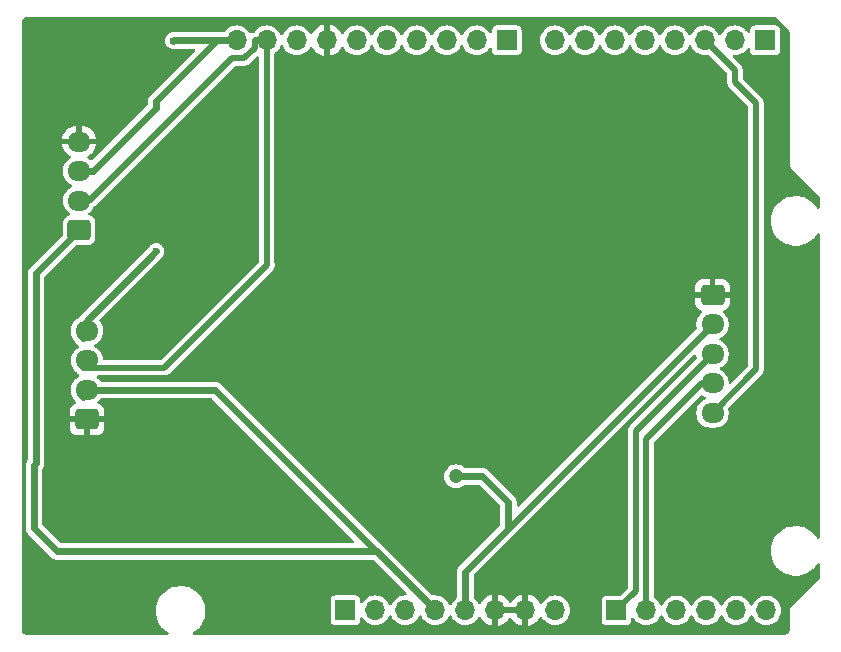
<source format=gbr>
%TF.GenerationSoftware,KiCad,Pcbnew,8.0.7*%
%TF.CreationDate,2025-05-16T10:15:14+02:00*%
%TF.ProjectId,PROJETPCB,50524f4a-4554-4504-9342-2e6b69636164,rev?*%
%TF.SameCoordinates,Original*%
%TF.FileFunction,Copper,L1,Top*%
%TF.FilePolarity,Positive*%
%FSLAX46Y46*%
G04 Gerber Fmt 4.6, Leading zero omitted, Abs format (unit mm)*
G04 Created by KiCad (PCBNEW 8.0.7) date 2025-05-16 10:15:14*
%MOMM*%
%LPD*%
G01*
G04 APERTURE LIST*
G04 Aperture macros list*
%AMRoundRect*
0 Rectangle with rounded corners*
0 $1 Rounding radius*
0 $2 $3 $4 $5 $6 $7 $8 $9 X,Y pos of 4 corners*
0 Add a 4 corners polygon primitive as box body*
4,1,4,$2,$3,$4,$5,$6,$7,$8,$9,$2,$3,0*
0 Add four circle primitives for the rounded corners*
1,1,$1+$1,$2,$3*
1,1,$1+$1,$4,$5*
1,1,$1+$1,$6,$7*
1,1,$1+$1,$8,$9*
0 Add four rect primitives between the rounded corners*
20,1,$1+$1,$2,$3,$4,$5,0*
20,1,$1+$1,$4,$5,$6,$7,0*
20,1,$1+$1,$6,$7,$8,$9,0*
20,1,$1+$1,$8,$9,$2,$3,0*%
G04 Aperture macros list end*
%TA.AperFunction,ComponentPad*%
%ADD10R,1.700000X1.700000*%
%TD*%
%TA.AperFunction,ComponentPad*%
%ADD11O,1.700000X1.700000*%
%TD*%
%TA.AperFunction,ComponentPad*%
%ADD12RoundRect,0.250000X-0.725000X0.600000X-0.725000X-0.600000X0.725000X-0.600000X0.725000X0.600000X0*%
%TD*%
%TA.AperFunction,ComponentPad*%
%ADD13O,1.950000X1.700000*%
%TD*%
%TA.AperFunction,ComponentPad*%
%ADD14RoundRect,0.250000X0.725000X-0.600000X0.725000X0.600000X-0.725000X0.600000X-0.725000X-0.600000X0*%
%TD*%
%TA.AperFunction,ViaPad*%
%ADD15C,1.200000*%
%TD*%
%TA.AperFunction,ViaPad*%
%ADD16C,1.219200*%
%TD*%
%TA.AperFunction,ViaPad*%
%ADD17C,0.600000*%
%TD*%
%TA.AperFunction,Conductor*%
%ADD18C,0.500000*%
%TD*%
%TA.AperFunction,Conductor*%
%ADD19C,0.600000*%
%TD*%
%TA.AperFunction,Conductor*%
%ADD20C,0.254000*%
%TD*%
G04 APERTURE END LIST*
D10*
%TO.P,J1,1,Pin_1*%
%TO.N,IO8*%
X220200000Y-45625000D03*
D11*
%TO.P,J1,2,Pin_2*%
%TO.N,IO9*%
X217660000Y-45625000D03*
%TO.P,J1,3,Pin_3*%
%TO.N,SS*%
X215120000Y-45625000D03*
%TO.P,J1,4,Pin_4*%
%TO.N,MOSI*%
X212580000Y-45625000D03*
%TO.P,J1,5,Pin_5*%
%TO.N,MISO*%
X210040000Y-45625000D03*
%TO.P,J1,6,Pin_6*%
%TO.N,SCK*%
X207500000Y-45625000D03*
%TO.P,J1,7,Pin_7*%
%TO.N,GND*%
X204960000Y-45625000D03*
%TO.P,J1,8,Pin_8*%
%TO.N,AREF*%
X202420000Y-45625000D03*
%TO.P,J1,9,Pin_9*%
%TO.N,AD4{slash}SDA*%
X199880000Y-45625000D03*
%TO.P,J1,10,Pin_10*%
%TO.N,AD5{slash}SCL*%
X197340000Y-45625000D03*
%TD*%
D12*
%TO.P,JOYSTICK1,1,Pin_1*%
%TO.N,GND*%
X237617000Y-67183000D03*
D13*
%TO.P,JOYSTICK1,2,Pin_2*%
%TO.N,+5V*%
X237617000Y-69683000D03*
%TO.P,JOYSTICK1,3,Pin_3*%
%TO.N,AD0*%
X237617000Y-72183000D03*
%TO.P,JOYSTICK1,4,Pin_4*%
%TO.N,AD1*%
X237617000Y-74683000D03*
%TO.P,JOYSTICK1,5,Pin_5*%
%TO.N,IO2*%
X237617000Y-77183000D03*
%TD*%
D10*
%TO.P,J5,1,Pin_1*%
%TO.N,AD0*%
X229475000Y-93900000D03*
D11*
%TO.P,J5,2,Pin_2*%
%TO.N,AD1*%
X232015000Y-93900000D03*
%TO.P,J5,3,Pin_3*%
%TO.N,AD2*%
X234555000Y-93900000D03*
%TO.P,J5,4,Pin_4*%
%TO.N,AD3*%
X237095000Y-93900000D03*
%TO.P,J5,5,Pin_5*%
%TO.N,AD4*%
X239635000Y-93900000D03*
%TO.P,J5,6,Pin_6*%
%TO.N,AD5*%
X242175000Y-93900000D03*
%TD*%
D10*
%TO.P,J4,1,Pin_1*%
%TO.N,unconnected-(J4-Pin_1-Pad1)*%
X206525000Y-93875000D03*
D11*
%TO.P,J4,2,Pin_2*%
%TO.N,+5V*%
X209065000Y-93875000D03*
%TO.P,J4,3,Pin_3*%
%TO.N,RESET*%
X211605000Y-93875000D03*
%TO.P,J4,4,Pin_4*%
%TO.N,+3.3V*%
X214145000Y-93875000D03*
%TO.P,J4,5,Pin_5*%
%TO.N,+5V*%
X216685000Y-93875000D03*
%TO.P,J4,6,Pin_6*%
%TO.N,GND*%
X219225000Y-93875000D03*
%TO.P,J4,7,Pin_7*%
X221765000Y-93875000D03*
%TO.P,J4,8,Pin_8*%
%TO.N,VCC*%
X224305000Y-93875000D03*
%TD*%
D14*
%TO.P,LSM9DS1,1,Pin_1*%
%TO.N,GND*%
X184658000Y-77731000D03*
D13*
%TO.P,LSM9DS1,2,Pin_2*%
%TO.N,+3.3V*%
X184658000Y-75231000D03*
%TO.P,LSM9DS1,3,Pin_3*%
%TO.N,AD4{slash}SDA*%
X184658000Y-72731000D03*
%TO.P,LSM9DS1,4,Pin_4*%
%TO.N,AD5{slash}SCL*%
X184658000Y-70231000D03*
%TD*%
D14*
%TO.P,AS5048B-TS1,1,Pin_1*%
%TO.N,+3.3V*%
X184000000Y-61700000D03*
D13*
%TO.P,AS5048B-TS1,2,Pin_2*%
%TO.N,AD4{slash}SDA*%
X184000000Y-59200000D03*
%TO.P,AS5048B-TS1,3,Pin_3*%
%TO.N,AD5{slash}SCL*%
X184000000Y-56700000D03*
%TO.P,AS5048B-TS1,4,Pin_4*%
%TO.N,GND*%
X184000000Y-54200000D03*
%TD*%
D10*
%TO.P,J2,1,Pin_1*%
%TO.N,IO0*%
X242060000Y-45625000D03*
D11*
%TO.P,J2,2,Pin_2*%
%TO.N,IO1*%
X239520000Y-45625000D03*
%TO.P,J2,3,Pin_3*%
%TO.N,IO2*%
X236980000Y-45625000D03*
%TO.P,J2,4,Pin_4*%
%TO.N,IO3*%
X234440000Y-45625000D03*
%TO.P,J2,5,Pin_5*%
%TO.N,IO4*%
X231900000Y-45625000D03*
%TO.P,J2,6,Pin_6*%
%TO.N,IO5*%
X229360000Y-45625000D03*
%TO.P,J2,7,Pin_7*%
%TO.N,IO6*%
X226820000Y-45625000D03*
%TO.P,J2,8,Pin_8*%
%TO.N,IO7*%
X224280000Y-45625000D03*
%TD*%
D15*
%TO.N,+5V*%
X215900000Y-82550000D03*
D16*
%TO.N,GND*%
X181483000Y-82169000D03*
X185039000Y-82931000D03*
X182219600Y-48412400D03*
X242824000Y-81661000D03*
X232791000Y-63627000D03*
X238125000Y-81661000D03*
X188595000Y-82042000D03*
X206629000Y-48895000D03*
X182372000Y-65532000D03*
X231648000Y-66929000D03*
X188899800Y-50088800D03*
X242570000Y-50165000D03*
X184683400Y-48666400D03*
X203454000Y-48895000D03*
X222250000Y-89916000D03*
X235712000Y-62611000D03*
X191389000Y-78486000D03*
X219710000Y-90424000D03*
D17*
%TO.N,AD5{slash}SCL*%
X191960500Y-45656500D03*
X190500000Y-63500000D03*
%TD*%
D18*
%TO.N,IO2*%
X239522000Y-48167000D02*
X236980000Y-45625000D01*
X241300000Y-50927000D02*
X239522000Y-49149000D01*
X241300000Y-73500000D02*
X241300000Y-50927000D01*
X237617000Y-77183000D02*
X241300000Y-73500000D01*
X239522000Y-49149000D02*
X239522000Y-48167000D01*
D19*
%TO.N,+3.3V*%
X182118000Y-88900000D02*
X209170000Y-88900000D01*
X180173400Y-86955400D02*
X182118000Y-88900000D01*
X209170000Y-88900000D02*
X214145000Y-93875000D01*
X180340000Y-81459945D02*
X180173400Y-81626545D01*
X184000000Y-61700000D02*
X180340000Y-65360000D01*
X180340000Y-65360000D02*
X180340000Y-81459945D01*
X180173400Y-81626545D02*
X180173400Y-86955400D01*
D18*
%TO.N,AD0*%
X231115000Y-92260000D02*
X229475000Y-93900000D01*
X231115000Y-78685000D02*
X231115000Y-92260000D01*
X237617000Y-72183000D02*
X231115000Y-78685000D01*
%TO.N,AD4{slash}SDA*%
X198840000Y-46246321D02*
X198840000Y-45625000D01*
X197961321Y-47125000D02*
X198840000Y-46246321D01*
X196912500Y-47125000D02*
X197961321Y-47125000D01*
X184837500Y-59200000D02*
X196912500Y-47125000D01*
X184000000Y-59200000D02*
X184837500Y-59200000D01*
X198840000Y-45625000D02*
X199880000Y-45625000D01*
%TO.N,AD1*%
X232015000Y-79410000D02*
X232015000Y-93900000D01*
X236742000Y-74683000D02*
X232015000Y-79410000D01*
D19*
%TO.N,+5V*%
X215900000Y-82550000D02*
X218125000Y-82550000D01*
X220325000Y-86975000D02*
X216685000Y-90615000D01*
X218125000Y-82550000D02*
X220325000Y-84750000D01*
X220325000Y-84750000D02*
X220325000Y-86975000D01*
X223500000Y-83800000D02*
X220325000Y-86975000D01*
X237617000Y-69683000D02*
X223500000Y-83800000D01*
D18*
%TO.N,AD4{slash}SDA*%
X199880000Y-64625000D02*
X199880000Y-45625000D01*
X184300000Y-73350000D02*
X191191000Y-73350000D01*
X199898000Y-64643000D02*
X199880000Y-64625000D01*
X191191000Y-73350000D02*
X199898000Y-64643000D01*
D19*
%TO.N,AD5{slash}SCL*%
X184000000Y-56700000D02*
X185175000Y-56700000D01*
X191992000Y-45625000D02*
X197340000Y-45625000D01*
X185175000Y-56700000D02*
X190500000Y-51375000D01*
X195675000Y-45625000D02*
X190500000Y-50800000D01*
X184300000Y-69700000D02*
X190500000Y-63500000D01*
X191960500Y-45656500D02*
X191992000Y-45625000D01*
X190500000Y-50800000D02*
X190500000Y-51375000D01*
X184300000Y-70850000D02*
X184300000Y-69700000D01*
X197340000Y-45625000D02*
X195675000Y-45625000D01*
%TO.N,+3.3V*%
X184919000Y-75231000D02*
X195501000Y-75231000D01*
X195501000Y-75231000D02*
X214145000Y-93875000D01*
X184300000Y-75850000D02*
X184919000Y-75231000D01*
%TO.N,+5V*%
X216685000Y-90615000D02*
X216685000Y-93875000D01*
D20*
%TO.N,AD0*%
X229070599Y-93595267D02*
X229413399Y-93938067D01*
%TO.N,AD1*%
X231953399Y-93938067D02*
X231585199Y-93569867D01*
%TO.N,AD2*%
X234493399Y-93938067D02*
X234125199Y-93569867D01*
%TO.N,AD3*%
X237033399Y-93938067D02*
X236690599Y-93595267D01*
%TO.N,AD4*%
X239255999Y-93620667D02*
X239573399Y-93938067D01*
%TO.N,AD5*%
X241745199Y-93569867D02*
X242113399Y-93938067D01*
%TD*%
%TA.AperFunction,Conductor*%
%TO.N,GND*%
G36*
X221299075Y-93682007D02*
G01*
X221265000Y-93809174D01*
X221265000Y-93940826D01*
X221299075Y-94067993D01*
X221331988Y-94125000D01*
X219658012Y-94125000D01*
X219690925Y-94067993D01*
X219725000Y-93940826D01*
X219725000Y-93809174D01*
X219690925Y-93682007D01*
X219658012Y-93625000D01*
X221331988Y-93625000D01*
X221299075Y-93682007D01*
G37*
%TD.AperFunction*%
%TA.AperFunction,Conductor*%
G36*
X199148833Y-46959947D02*
G01*
X199204767Y-47001818D01*
X199229184Y-47067283D01*
X199229500Y-47076129D01*
X199229500Y-64340192D01*
X199209815Y-64407231D01*
X199193181Y-64427873D01*
X190957873Y-72663181D01*
X190896550Y-72696666D01*
X190870192Y-72699500D01*
X186150005Y-72699500D01*
X186082966Y-72679815D01*
X186037211Y-72627011D01*
X186027532Y-72594898D01*
X186002709Y-72438173D01*
X185951775Y-72281417D01*
X185941884Y-72250975D01*
X185941882Y-72250972D01*
X185941882Y-72250970D01*
X185894743Y-72158455D01*
X185852524Y-72075595D01*
X185736828Y-71916354D01*
X185597646Y-71777172D01*
X185438405Y-71661476D01*
X185301038Y-71591484D01*
X185250243Y-71543511D01*
X185233448Y-71475690D01*
X185255985Y-71409555D01*
X185301039Y-71370515D01*
X185305286Y-71368351D01*
X185438405Y-71300524D01*
X185597646Y-71184828D01*
X185736828Y-71045646D01*
X185852524Y-70886405D01*
X185941884Y-70711025D01*
X186002709Y-70523826D01*
X186006855Y-70497647D01*
X186033500Y-70329422D01*
X186033500Y-70132577D01*
X186002709Y-69938173D01*
X185941882Y-69750970D01*
X185894743Y-69658455D01*
X185852524Y-69575595D01*
X185736828Y-69416354D01*
X185736826Y-69416352D01*
X185736819Y-69416342D01*
X185736395Y-69415846D01*
X185736293Y-69415618D01*
X185733964Y-69412413D01*
X185734637Y-69411923D01*
X185707831Y-69352082D01*
X185718274Y-69282998D01*
X185743009Y-69247646D01*
X190977731Y-64012924D01*
X190983151Y-64007822D01*
X191028183Y-63967929D01*
X191033932Y-63959598D01*
X191040639Y-63951586D01*
X191040242Y-63951261D01*
X191044105Y-63946551D01*
X191044114Y-63946543D01*
X191079081Y-63894208D01*
X191079929Y-63892960D01*
X191124818Y-63827930D01*
X191150587Y-63759978D01*
X191151926Y-63756601D01*
X191173580Y-63704328D01*
X191173646Y-63703996D01*
X191179321Y-63684211D01*
X191185140Y-63668872D01*
X191191637Y-63615358D01*
X191193116Y-63606110D01*
X191200500Y-63568993D01*
X191200500Y-63549873D01*
X191201404Y-63534926D01*
X191205645Y-63500000D01*
X191201404Y-63465071D01*
X191200500Y-63450125D01*
X191200500Y-63431006D01*
X191193113Y-63393873D01*
X191191637Y-63384640D01*
X191185140Y-63331130D01*
X191185140Y-63331129D01*
X191179323Y-63315792D01*
X191173644Y-63295997D01*
X191173580Y-63295672D01*
X191151942Y-63243436D01*
X191150576Y-63239991D01*
X191124818Y-63172070D01*
X191080015Y-63107162D01*
X191078963Y-63105612D01*
X191044115Y-63053458D01*
X191040245Y-63048742D01*
X191040624Y-63048430D01*
X191033936Y-63040405D01*
X191028185Y-63032073D01*
X191028183Y-63032071D01*
X190983152Y-62992177D01*
X190977715Y-62987058D01*
X190946549Y-62955891D01*
X190946545Y-62955888D01*
X190946544Y-62955887D01*
X190946543Y-62955886D01*
X190935835Y-62948731D01*
X190922505Y-62938448D01*
X190900856Y-62919269D01*
X190900847Y-62919263D01*
X190864163Y-62900008D01*
X190852908Y-62893320D01*
X190831809Y-62879223D01*
X190831806Y-62879222D01*
X190802617Y-62867132D01*
X190792445Y-62862368D01*
X190750226Y-62840210D01*
X190728206Y-62834783D01*
X190710431Y-62828948D01*
X190704328Y-62826420D01*
X190704326Y-62826419D01*
X190704325Y-62826419D01*
X190704324Y-62826418D01*
X190654986Y-62816604D01*
X190649506Y-62815384D01*
X190585058Y-62799500D01*
X190585056Y-62799500D01*
X190414944Y-62799500D01*
X190414941Y-62799500D01*
X190350501Y-62815382D01*
X190345023Y-62816602D01*
X190295671Y-62826420D01*
X190289565Y-62828949D01*
X190271797Y-62834781D01*
X190249775Y-62840209D01*
X190207561Y-62862365D01*
X190197393Y-62867127D01*
X190168192Y-62879223D01*
X190168186Y-62879226D01*
X190147090Y-62893321D01*
X190135834Y-62900010D01*
X190099149Y-62919264D01*
X190077493Y-62938450D01*
X190064165Y-62948730D01*
X190053462Y-62955882D01*
X190053456Y-62955887D01*
X190022279Y-62987062D01*
X190016830Y-62992190D01*
X189971820Y-63032067D01*
X189971818Y-63032069D01*
X189966056Y-63040416D01*
X189951693Y-63057648D01*
X183775783Y-69233558D01*
X183760990Y-69246194D01*
X183718353Y-69277173D01*
X183579171Y-69416355D01*
X183463476Y-69575594D01*
X183374117Y-69750970D01*
X183313290Y-69938173D01*
X183282500Y-70132577D01*
X183282500Y-70329422D01*
X183313290Y-70523826D01*
X183374117Y-70711029D01*
X183450814Y-70861555D01*
X183463476Y-70886405D01*
X183579172Y-71045646D01*
X183579174Y-71045648D01*
X183636248Y-71102722D01*
X183663128Y-71142950D01*
X183679223Y-71181807D01*
X183679228Y-71181817D01*
X183755885Y-71296541D01*
X183755888Y-71296545D01*
X183853457Y-71394114D01*
X183915010Y-71435242D01*
X183959815Y-71488854D01*
X183968522Y-71558179D01*
X183938368Y-71621206D01*
X183902418Y-71648827D01*
X183877595Y-71661475D01*
X183774652Y-71736268D01*
X183718354Y-71777172D01*
X183718352Y-71777174D01*
X183718351Y-71777174D01*
X183579174Y-71916351D01*
X183579174Y-71916352D01*
X183579172Y-71916354D01*
X183529485Y-71984741D01*
X183463476Y-72075594D01*
X183374117Y-72250970D01*
X183313290Y-72438173D01*
X183282500Y-72632577D01*
X183282500Y-72829422D01*
X183313290Y-73023826D01*
X183374117Y-73211029D01*
X183450814Y-73361555D01*
X183463476Y-73386405D01*
X183579172Y-73545646D01*
X183718354Y-73684828D01*
X183745182Y-73704319D01*
X183775397Y-73735745D01*
X183794723Y-73764668D01*
X183794728Y-73764674D01*
X183885328Y-73855274D01*
X183885331Y-73855276D01*
X183966072Y-73909225D01*
X184010877Y-73962836D01*
X184019584Y-74032161D01*
X183989430Y-74095189D01*
X183953477Y-74122811D01*
X183877597Y-74161474D01*
X183820484Y-74202970D01*
X183718354Y-74277172D01*
X183718352Y-74277174D01*
X183718351Y-74277174D01*
X183579174Y-74416351D01*
X183579174Y-74416352D01*
X183579172Y-74416354D01*
X183533376Y-74479386D01*
X183463476Y-74575594D01*
X183374117Y-74750970D01*
X183313290Y-74938173D01*
X183282500Y-75132577D01*
X183282500Y-75329422D01*
X183313290Y-75523826D01*
X183374117Y-75711029D01*
X183455367Y-75870490D01*
X183463476Y-75886405D01*
X183579172Y-76045646D01*
X183579174Y-76045648D01*
X183636248Y-76102722D01*
X183663128Y-76142950D01*
X183679224Y-76181809D01*
X183721797Y-76245525D01*
X183742674Y-76312203D01*
X183724189Y-76379583D01*
X183672210Y-76426272D01*
X183657700Y-76432120D01*
X183613884Y-76446639D01*
X183613875Y-76446643D01*
X183464654Y-76538684D01*
X183340684Y-76662654D01*
X183248643Y-76811875D01*
X183248641Y-76811880D01*
X183193494Y-76978302D01*
X183193493Y-76978309D01*
X183183000Y-77081013D01*
X183183000Y-77481000D01*
X184253854Y-77481000D01*
X184215370Y-77547657D01*
X184183000Y-77668465D01*
X184183000Y-77793535D01*
X184215370Y-77914343D01*
X184253854Y-77981000D01*
X183183001Y-77981000D01*
X183183001Y-78380986D01*
X183193494Y-78483697D01*
X183248641Y-78650119D01*
X183248643Y-78650124D01*
X183340684Y-78799345D01*
X183464654Y-78923315D01*
X183613875Y-79015356D01*
X183613880Y-79015358D01*
X183780302Y-79070505D01*
X183780309Y-79070506D01*
X183883019Y-79080999D01*
X184407999Y-79080999D01*
X184408000Y-79080998D01*
X184408000Y-78135145D01*
X184474657Y-78173630D01*
X184595465Y-78206000D01*
X184720535Y-78206000D01*
X184841343Y-78173630D01*
X184908000Y-78135145D01*
X184908000Y-79080999D01*
X185432972Y-79080999D01*
X185432986Y-79080998D01*
X185535697Y-79070505D01*
X185702119Y-79015358D01*
X185702124Y-79015356D01*
X185851345Y-78923315D01*
X185975315Y-78799345D01*
X186067356Y-78650124D01*
X186067358Y-78650119D01*
X186122505Y-78483697D01*
X186122506Y-78483690D01*
X186132999Y-78380986D01*
X186133000Y-78380973D01*
X186133000Y-77981000D01*
X185062146Y-77981000D01*
X185100630Y-77914343D01*
X185133000Y-77793535D01*
X185133000Y-77668465D01*
X185100630Y-77547657D01*
X185062146Y-77481000D01*
X186132999Y-77481000D01*
X186132999Y-77081028D01*
X186132998Y-77081013D01*
X186122505Y-76978302D01*
X186067358Y-76811880D01*
X186067356Y-76811875D01*
X185975315Y-76662654D01*
X185851345Y-76538684D01*
X185702124Y-76446643D01*
X185702119Y-76446641D01*
X185612246Y-76416860D01*
X185554801Y-76377087D01*
X185527978Y-76312571D01*
X185540293Y-76243795D01*
X185578364Y-76198837D01*
X185597646Y-76184828D01*
X185736828Y-76045646D01*
X185782624Y-75982613D01*
X185837953Y-75939949D01*
X185882941Y-75931500D01*
X195159481Y-75931500D01*
X195226520Y-75951185D01*
X195247162Y-75967819D01*
X207267162Y-87987819D01*
X207300647Y-88049142D01*
X207295663Y-88118834D01*
X207253791Y-88174767D01*
X207188327Y-88199184D01*
X207179481Y-88199500D01*
X182459519Y-88199500D01*
X182392480Y-88179815D01*
X182371838Y-88163181D01*
X180910219Y-86701562D01*
X180876734Y-86640239D01*
X180873900Y-86613881D01*
X180873900Y-81959389D01*
X180893585Y-81892350D01*
X180894798Y-81890498D01*
X180904204Y-81876421D01*
X180960775Y-81791756D01*
X181013580Y-81664273D01*
X181034808Y-81557554D01*
X181040500Y-81528941D01*
X181040500Y-65701519D01*
X181060185Y-65634480D01*
X181076819Y-65613838D01*
X183703838Y-62986819D01*
X183765161Y-62953334D01*
X183791519Y-62950500D01*
X184790686Y-62950500D01*
X184790694Y-62950500D01*
X184827569Y-62947598D01*
X184827571Y-62947597D01*
X184827573Y-62947597D01*
X184869191Y-62935505D01*
X184985398Y-62901744D01*
X185126865Y-62818081D01*
X185243081Y-62701865D01*
X185326744Y-62560398D01*
X185372598Y-62402569D01*
X185375500Y-62365694D01*
X185375500Y-61034306D01*
X185372598Y-60997431D01*
X185349540Y-60918067D01*
X185326745Y-60839606D01*
X185326744Y-60839603D01*
X185326744Y-60839602D01*
X185243081Y-60698135D01*
X185243079Y-60698133D01*
X185243076Y-60698129D01*
X185126870Y-60581923D01*
X185126862Y-60581917D01*
X184985396Y-60498255D01*
X184985395Y-60498254D01*
X184857132Y-60460990D01*
X184798247Y-60423383D01*
X184769041Y-60359911D01*
X184778787Y-60290724D01*
X184818840Y-60241598D01*
X184939646Y-60153828D01*
X185078828Y-60014646D01*
X185194524Y-59855405D01*
X185281684Y-59684343D01*
X185304485Y-59652959D01*
X197145627Y-47811819D01*
X197206950Y-47778334D01*
X197233308Y-47775500D01*
X198025392Y-47775500D01*
X198109936Y-47758682D01*
X198151065Y-47750501D01*
X198269448Y-47701465D01*
X198375990Y-47630277D01*
X199017819Y-46988448D01*
X199079142Y-46954963D01*
X199148833Y-46959947D01*
G37*
%TD.AperFunction*%
%TA.AperFunction,Conductor*%
G36*
X242937862Y-43658252D02*
G01*
X242958504Y-43674886D01*
X244116680Y-44833062D01*
X244150165Y-44894385D01*
X244152999Y-44920743D01*
X244152999Y-56157958D01*
X244187107Y-56285254D01*
X244220053Y-56342317D01*
X244252999Y-56399381D01*
X244253001Y-56399383D01*
X246656680Y-58803062D01*
X246690165Y-58864385D01*
X246692999Y-58890743D01*
X246692999Y-59779629D01*
X246673314Y-59846668D01*
X246620510Y-59892423D01*
X246551352Y-59902367D01*
X246487796Y-59873342D01*
X246458902Y-59836679D01*
X246452400Y-59824131D01*
X246286686Y-59589366D01*
X246196523Y-59492826D01*
X246090552Y-59379359D01*
X245867646Y-59198012D01*
X245867645Y-59198011D01*
X245622116Y-59048701D01*
X245358562Y-58934225D01*
X245358560Y-58934224D01*
X245358557Y-58934223D01*
X245229077Y-58897944D01*
X245081863Y-58856697D01*
X245081858Y-58856696D01*
X245081857Y-58856696D01*
X244939517Y-58837131D01*
X244797178Y-58817567D01*
X244797177Y-58817567D01*
X244509821Y-58817567D01*
X244509820Y-58817567D01*
X244225141Y-58856696D01*
X244225134Y-58856697D01*
X244044981Y-58907174D01*
X243948441Y-58934223D01*
X243948438Y-58934223D01*
X243948435Y-58934225D01*
X243948434Y-58934225D01*
X243684881Y-59048701D01*
X243439352Y-59198011D01*
X243216449Y-59379356D01*
X243020311Y-59589366D01*
X242854597Y-59824131D01*
X242722393Y-60079273D01*
X242626166Y-60350029D01*
X242626165Y-60350032D01*
X242567700Y-60631386D01*
X242548091Y-60918067D01*
X242567700Y-61204747D01*
X242626165Y-61486101D01*
X242626166Y-61486104D01*
X242722393Y-61756860D01*
X242722392Y-61756860D01*
X242854597Y-62012002D01*
X243020311Y-62246767D01*
X243105422Y-62337898D01*
X243216446Y-62456775D01*
X243439352Y-62638122D01*
X243544172Y-62701865D01*
X243684881Y-62787432D01*
X243863412Y-62864978D01*
X243948441Y-62901911D01*
X244225141Y-62979438D01*
X244475419Y-63013838D01*
X244509820Y-63018567D01*
X244509821Y-63018567D01*
X244797178Y-63018567D01*
X244827869Y-63014348D01*
X245081857Y-62979438D01*
X245358557Y-62901911D01*
X245471514Y-62852846D01*
X245622116Y-62787432D01*
X245622119Y-62787430D01*
X245622124Y-62787428D01*
X245867646Y-62638122D01*
X246090552Y-62456775D01*
X246286688Y-62246765D01*
X246452400Y-62012003D01*
X246458901Y-61999457D01*
X246507221Y-61948989D01*
X246575155Y-61932657D01*
X246641134Y-61955645D01*
X246684211Y-62010656D01*
X246692999Y-62056504D01*
X246692999Y-87719629D01*
X246673314Y-87786668D01*
X246620510Y-87832423D01*
X246551352Y-87842367D01*
X246487796Y-87813342D01*
X246458902Y-87776679D01*
X246452400Y-87764131D01*
X246286686Y-87529366D01*
X246167680Y-87401943D01*
X246090552Y-87319359D01*
X245867646Y-87138012D01*
X245867645Y-87138011D01*
X245622116Y-86988701D01*
X245358562Y-86874225D01*
X245358560Y-86874224D01*
X245358557Y-86874223D01*
X245229077Y-86837944D01*
X245081863Y-86796697D01*
X245081858Y-86796696D01*
X245081857Y-86796696D01*
X244939517Y-86777131D01*
X244797178Y-86757567D01*
X244797177Y-86757567D01*
X244509821Y-86757567D01*
X244509820Y-86757567D01*
X244225141Y-86796696D01*
X244225134Y-86796697D01*
X244017360Y-86854912D01*
X243948441Y-86874223D01*
X243948438Y-86874223D01*
X243948435Y-86874225D01*
X243948434Y-86874225D01*
X243684881Y-86988701D01*
X243439352Y-87138011D01*
X243216449Y-87319356D01*
X243020311Y-87529366D01*
X242854597Y-87764131D01*
X242722393Y-88019273D01*
X242626166Y-88290029D01*
X242626165Y-88290032D01*
X242567700Y-88571386D01*
X242548091Y-88858067D01*
X242567700Y-89144747D01*
X242626165Y-89426101D01*
X242626166Y-89426104D01*
X242722393Y-89696860D01*
X242722392Y-89696860D01*
X242854597Y-89952002D01*
X243020311Y-90186767D01*
X243105422Y-90277898D01*
X243216446Y-90396775D01*
X243233522Y-90410667D01*
X243439352Y-90578122D01*
X243684881Y-90727432D01*
X243871736Y-90808593D01*
X243948441Y-90841911D01*
X244225141Y-90919438D01*
X244475419Y-90953838D01*
X244509820Y-90958567D01*
X244509821Y-90958567D01*
X244797178Y-90958567D01*
X244827869Y-90954348D01*
X245081857Y-90919438D01*
X245358557Y-90841911D01*
X245471514Y-90792846D01*
X245622116Y-90727432D01*
X245622119Y-90727430D01*
X245622124Y-90727428D01*
X245867646Y-90578122D01*
X246090552Y-90396775D01*
X246286688Y-90186765D01*
X246452400Y-89952003D01*
X246458901Y-89939457D01*
X246507221Y-89888989D01*
X246575155Y-89872657D01*
X246641134Y-89895645D01*
X246684211Y-89950656D01*
X246692999Y-89996504D01*
X246692999Y-91139391D01*
X246673314Y-91206430D01*
X246656680Y-91227072D01*
X244253001Y-93630750D01*
X244252999Y-93630753D01*
X244187107Y-93744879D01*
X244152999Y-93872175D01*
X244152999Y-95404573D01*
X244152997Y-95404607D01*
X244152998Y-95471119D01*
X244152219Y-95485000D01*
X244142042Y-95575353D01*
X244135863Y-95602426D01*
X244108152Y-95681625D01*
X244096105Y-95706643D01*
X244051463Y-95777693D01*
X244034151Y-95799403D01*
X243974815Y-95858741D01*
X243953105Y-95876054D01*
X243882058Y-95920697D01*
X243857040Y-95932745D01*
X243777837Y-95960460D01*
X243750767Y-95966639D01*
X243687669Y-95973748D01*
X243660705Y-95976787D01*
X243646823Y-95977567D01*
X193714904Y-95977567D01*
X193647865Y-95957882D01*
X193602110Y-95905078D01*
X193592166Y-95835920D01*
X193621191Y-95772364D01*
X193650475Y-95747619D01*
X193797646Y-95658122D01*
X194020552Y-95476775D01*
X194216688Y-95266765D01*
X194382400Y-95032003D01*
X194514603Y-94776864D01*
X194610833Y-94506099D01*
X194669297Y-94224753D01*
X194688907Y-93938067D01*
X194669297Y-93651381D01*
X194610833Y-93370035D01*
X194562363Y-93233655D01*
X194514604Y-93099273D01*
X194514605Y-93099273D01*
X194382400Y-92844131D01*
X194216686Y-92609366D01*
X194085933Y-92469365D01*
X194020552Y-92399359D01*
X193797646Y-92218012D01*
X193797645Y-92218011D01*
X193552116Y-92068701D01*
X193288562Y-91954225D01*
X193288560Y-91954224D01*
X193288557Y-91954223D01*
X193159077Y-91917944D01*
X193011863Y-91876697D01*
X193011858Y-91876696D01*
X193011857Y-91876696D01*
X192869517Y-91857131D01*
X192727178Y-91837567D01*
X192727177Y-91837567D01*
X192439821Y-91837567D01*
X192439820Y-91837567D01*
X192155141Y-91876696D01*
X192155134Y-91876697D01*
X191947360Y-91934912D01*
X191878441Y-91954223D01*
X191878438Y-91954223D01*
X191878435Y-91954225D01*
X191878434Y-91954225D01*
X191614881Y-92068701D01*
X191369352Y-92218011D01*
X191146449Y-92399356D01*
X190950311Y-92609366D01*
X190784597Y-92844131D01*
X190652393Y-93099273D01*
X190556166Y-93370029D01*
X190556165Y-93370032D01*
X190497700Y-93651386D01*
X190478091Y-93938067D01*
X190497700Y-94224747D01*
X190556165Y-94506101D01*
X190556166Y-94506104D01*
X190652393Y-94776860D01*
X190652392Y-94776860D01*
X190784597Y-95032002D01*
X190950311Y-95266767D01*
X191035422Y-95357898D01*
X191146446Y-95476775D01*
X191267604Y-95575344D01*
X191369352Y-95658122D01*
X191516523Y-95747619D01*
X191563575Y-95799271D01*
X191575232Y-95868161D01*
X191547794Y-95932418D01*
X191489972Y-95971640D01*
X191452094Y-95977567D01*
X179620461Y-95977567D01*
X179606577Y-95976787D01*
X179516239Y-95966608D01*
X179489167Y-95960429D01*
X179409974Y-95932717D01*
X179384956Y-95920669D01*
X179313908Y-95876025D01*
X179292205Y-95858716D01*
X179232871Y-95799381D01*
X179215562Y-95777675D01*
X179212225Y-95772364D01*
X179170922Y-95706627D01*
X179158879Y-95681621D01*
X179131163Y-95602405D01*
X179124990Y-95575352D01*
X179114777Y-95484694D01*
X179113999Y-95470817D01*
X179114001Y-95412191D01*
X179113999Y-95412186D01*
X179114000Y-95404607D01*
X179113999Y-95404573D01*
X179113999Y-87024396D01*
X179472899Y-87024396D01*
X179499818Y-87159722D01*
X179499821Y-87159732D01*
X179552622Y-87287207D01*
X179629287Y-87401945D01*
X181671454Y-89444112D01*
X181786192Y-89520777D01*
X181913667Y-89573578D01*
X181913672Y-89573580D01*
X181913676Y-89573580D01*
X181913677Y-89573581D01*
X182049003Y-89600500D01*
X182049006Y-89600500D01*
X182049007Y-89600500D01*
X208828481Y-89600500D01*
X208895520Y-89620185D01*
X208916162Y-89636819D01*
X211687385Y-92408042D01*
X211720870Y-92469365D01*
X211715886Y-92539057D01*
X211674014Y-92594990D01*
X211610347Y-92618736D01*
X211610393Y-92619251D01*
X211458370Y-92632551D01*
X211387023Y-92638793D01*
X211387020Y-92638793D01*
X211175677Y-92695422D01*
X211175670Y-92695424D01*
X211175670Y-92695425D01*
X211172391Y-92696954D01*
X210977361Y-92787898D01*
X210977357Y-92787900D01*
X210798121Y-92913402D01*
X210643402Y-93068121D01*
X210517900Y-93247357D01*
X210517898Y-93247361D01*
X210447382Y-93398583D01*
X210401209Y-93451022D01*
X210334016Y-93470174D01*
X210267135Y-93449958D01*
X210222618Y-93398583D01*
X210167725Y-93280866D01*
X210152102Y-93247362D01*
X210152100Y-93247359D01*
X210152099Y-93247357D01*
X210026599Y-93068124D01*
X209951950Y-92993475D01*
X209871877Y-92913402D01*
X209733978Y-92816844D01*
X209692638Y-92787897D01*
X209593484Y-92741661D01*
X209494330Y-92695425D01*
X209494326Y-92695424D01*
X209494322Y-92695422D01*
X209282977Y-92638793D01*
X209065002Y-92619723D01*
X209064998Y-92619723D01*
X208919682Y-92632436D01*
X208847023Y-92638793D01*
X208847020Y-92638793D01*
X208635677Y-92695422D01*
X208635670Y-92695424D01*
X208635670Y-92695425D01*
X208632391Y-92696954D01*
X208437361Y-92787898D01*
X208437357Y-92787900D01*
X208258121Y-92913402D01*
X208103402Y-93068121D01*
X208001074Y-93214262D01*
X207946497Y-93257887D01*
X207876999Y-93265081D01*
X207814644Y-93233558D01*
X207779230Y-93173328D01*
X207775499Y-93143139D01*
X207775499Y-92993482D01*
X207769220Y-92953835D01*
X207760646Y-92899696D01*
X207703050Y-92786658D01*
X207703046Y-92786654D01*
X207703045Y-92786652D01*
X207613347Y-92696954D01*
X207613344Y-92696952D01*
X207613342Y-92696950D01*
X207514655Y-92646666D01*
X207500301Y-92639352D01*
X207406524Y-92624500D01*
X205643482Y-92624500D01*
X205562519Y-92637323D01*
X205549696Y-92639354D01*
X205436658Y-92696950D01*
X205436657Y-92696951D01*
X205436652Y-92696954D01*
X205346954Y-92786652D01*
X205346951Y-92786657D01*
X205346950Y-92786658D01*
X205334368Y-92811351D01*
X205289352Y-92899698D01*
X205274500Y-92993475D01*
X205274500Y-94756517D01*
X205277723Y-94776864D01*
X205289354Y-94850304D01*
X205346950Y-94963342D01*
X205346952Y-94963344D01*
X205346954Y-94963347D01*
X205436652Y-95053045D01*
X205436654Y-95053046D01*
X205436658Y-95053050D01*
X205549694Y-95110645D01*
X205549698Y-95110647D01*
X205643475Y-95125499D01*
X205643481Y-95125500D01*
X207406518Y-95125499D01*
X207500304Y-95110646D01*
X207613342Y-95053050D01*
X207703050Y-94963342D01*
X207760646Y-94850304D01*
X207760646Y-94850302D01*
X207760647Y-94850301D01*
X207775499Y-94756524D01*
X207775500Y-94756519D01*
X207775499Y-94606859D01*
X207795183Y-94539823D01*
X207847987Y-94494068D01*
X207917145Y-94484124D01*
X207980701Y-94513149D01*
X208001073Y-94535738D01*
X208101244Y-94678795D01*
X208103402Y-94681877D01*
X208258123Y-94836598D01*
X208437361Y-94962102D01*
X208635670Y-95054575D01*
X208847023Y-95111207D01*
X209029926Y-95127208D01*
X209064998Y-95130277D01*
X209065000Y-95130277D01*
X209065002Y-95130277D01*
X209093254Y-95127805D01*
X209282977Y-95111207D01*
X209494330Y-95054575D01*
X209692639Y-94962102D01*
X209871877Y-94836598D01*
X210026598Y-94681877D01*
X210152102Y-94502639D01*
X210222618Y-94351414D01*
X210268790Y-94298977D01*
X210335984Y-94279825D01*
X210402865Y-94300041D01*
X210447381Y-94351414D01*
X210517898Y-94502639D01*
X210643402Y-94681877D01*
X210798123Y-94836598D01*
X210977361Y-94962102D01*
X211175670Y-95054575D01*
X211387023Y-95111207D01*
X211569926Y-95127208D01*
X211604998Y-95130277D01*
X211605000Y-95130277D01*
X211605002Y-95130277D01*
X211633254Y-95127805D01*
X211822977Y-95111207D01*
X212034330Y-95054575D01*
X212232639Y-94962102D01*
X212411877Y-94836598D01*
X212566598Y-94681877D01*
X212692102Y-94502639D01*
X212762618Y-94351414D01*
X212808790Y-94298977D01*
X212875984Y-94279825D01*
X212942865Y-94300041D01*
X212987381Y-94351414D01*
X213057898Y-94502639D01*
X213183402Y-94681877D01*
X213338123Y-94836598D01*
X213517361Y-94962102D01*
X213715670Y-95054575D01*
X213927023Y-95111207D01*
X214109926Y-95127208D01*
X214144998Y-95130277D01*
X214145000Y-95130277D01*
X214145002Y-95130277D01*
X214173254Y-95127805D01*
X214362977Y-95111207D01*
X214574330Y-95054575D01*
X214772639Y-94962102D01*
X214951877Y-94836598D01*
X215106598Y-94681877D01*
X215232102Y-94502639D01*
X215302618Y-94351414D01*
X215348790Y-94298977D01*
X215415984Y-94279825D01*
X215482865Y-94300041D01*
X215527381Y-94351414D01*
X215597898Y-94502639D01*
X215723402Y-94681877D01*
X215878123Y-94836598D01*
X216057361Y-94962102D01*
X216255670Y-95054575D01*
X216467023Y-95111207D01*
X216649926Y-95127208D01*
X216684998Y-95130277D01*
X216685000Y-95130277D01*
X216685002Y-95130277D01*
X216713254Y-95127805D01*
X216902977Y-95111207D01*
X217114330Y-95054575D01*
X217312639Y-94962102D01*
X217491877Y-94836598D01*
X217646598Y-94681877D01*
X217772102Y-94502639D01*
X217787726Y-94469132D01*
X217833896Y-94416695D01*
X217901090Y-94397543D01*
X217967971Y-94417758D01*
X218012489Y-94469134D01*
X218051399Y-94552578D01*
X218186894Y-94746082D01*
X218353917Y-94913105D01*
X218547421Y-95048600D01*
X218761507Y-95148429D01*
X218761516Y-95148433D01*
X218975000Y-95205634D01*
X218975000Y-94308012D01*
X219032007Y-94340925D01*
X219159174Y-94375000D01*
X219290826Y-94375000D01*
X219417993Y-94340925D01*
X219475000Y-94308012D01*
X219475000Y-95205633D01*
X219688483Y-95148433D01*
X219688492Y-95148429D01*
X219902578Y-95048600D01*
X220096082Y-94913105D01*
X220263105Y-94746082D01*
X220393425Y-94559968D01*
X220448002Y-94516344D01*
X220517501Y-94509151D01*
X220579855Y-94540673D01*
X220596575Y-94559968D01*
X220726894Y-94746082D01*
X220893917Y-94913105D01*
X221087421Y-95048600D01*
X221301507Y-95148429D01*
X221301516Y-95148433D01*
X221515000Y-95205634D01*
X221515000Y-94308012D01*
X221572007Y-94340925D01*
X221699174Y-94375000D01*
X221830826Y-94375000D01*
X221957993Y-94340925D01*
X222015000Y-94308012D01*
X222015000Y-95205633D01*
X222228483Y-95148433D01*
X222228492Y-95148429D01*
X222442578Y-95048600D01*
X222636082Y-94913105D01*
X222803105Y-94746082D01*
X222938598Y-94552580D01*
X222977509Y-94469135D01*
X223023681Y-94416695D01*
X223090875Y-94397543D01*
X223157756Y-94417758D01*
X223202273Y-94469133D01*
X223209264Y-94484124D01*
X223217898Y-94502639D01*
X223343402Y-94681877D01*
X223498123Y-94836598D01*
X223677361Y-94962102D01*
X223875670Y-95054575D01*
X224087023Y-95111207D01*
X224269926Y-95127208D01*
X224304998Y-95130277D01*
X224305000Y-95130277D01*
X224305002Y-95130277D01*
X224333254Y-95127805D01*
X224522977Y-95111207D01*
X224734330Y-95054575D01*
X224932639Y-94962102D01*
X225111877Y-94836598D01*
X225266598Y-94681877D01*
X225392102Y-94502639D01*
X225484575Y-94304330D01*
X225541207Y-94092977D01*
X225560277Y-93875000D01*
X225541207Y-93657023D01*
X225492423Y-93474958D01*
X225484577Y-93445677D01*
X225484576Y-93445676D01*
X225484575Y-93445670D01*
X225392102Y-93247362D01*
X225392100Y-93247359D01*
X225392099Y-93247357D01*
X225266599Y-93068124D01*
X225191950Y-92993475D01*
X225111877Y-92913402D01*
X224973978Y-92816844D01*
X224932638Y-92787897D01*
X224833484Y-92741661D01*
X224734330Y-92695425D01*
X224734326Y-92695424D01*
X224734322Y-92695422D01*
X224522977Y-92638793D01*
X224305002Y-92619723D01*
X224304998Y-92619723D01*
X224159682Y-92632436D01*
X224087023Y-92638793D01*
X224087020Y-92638793D01*
X223875677Y-92695422D01*
X223875670Y-92695424D01*
X223875670Y-92695425D01*
X223872391Y-92696954D01*
X223677361Y-92787898D01*
X223677357Y-92787900D01*
X223498121Y-92913402D01*
X223343402Y-93068121D01*
X223217900Y-93247357D01*
X223217897Y-93247363D01*
X223202273Y-93280868D01*
X223156099Y-93333307D01*
X223088905Y-93352457D01*
X223022025Y-93332240D01*
X222977509Y-93280865D01*
X222938598Y-93197419D01*
X222803113Y-93003926D01*
X222803108Y-93003920D01*
X222636082Y-92836894D01*
X222442578Y-92701399D01*
X222228492Y-92601570D01*
X222228486Y-92601567D01*
X222015000Y-92544364D01*
X222015000Y-93441988D01*
X221957993Y-93409075D01*
X221830826Y-93375000D01*
X221699174Y-93375000D01*
X221572007Y-93409075D01*
X221515000Y-93441988D01*
X221515000Y-92544364D01*
X221514999Y-92544364D01*
X221301513Y-92601567D01*
X221301507Y-92601570D01*
X221087422Y-92701399D01*
X221087420Y-92701400D01*
X220893926Y-92836886D01*
X220893920Y-92836891D01*
X220726891Y-93003920D01*
X220726890Y-93003922D01*
X220596575Y-93190031D01*
X220541998Y-93233655D01*
X220472499Y-93240848D01*
X220410145Y-93209326D01*
X220393425Y-93190031D01*
X220263109Y-93003922D01*
X220263108Y-93003920D01*
X220096082Y-92836894D01*
X219902578Y-92701399D01*
X219688492Y-92601570D01*
X219688486Y-92601567D01*
X219475000Y-92544364D01*
X219475000Y-93441988D01*
X219417993Y-93409075D01*
X219290826Y-93375000D01*
X219159174Y-93375000D01*
X219032007Y-93409075D01*
X218975000Y-93441988D01*
X218975000Y-92544364D01*
X218974999Y-92544364D01*
X218761513Y-92601567D01*
X218761507Y-92601570D01*
X218547422Y-92701399D01*
X218547420Y-92701400D01*
X218353926Y-92836886D01*
X218353920Y-92836891D01*
X218186891Y-93003920D01*
X218186886Y-93003926D01*
X218051400Y-93197420D01*
X218051399Y-93197422D01*
X218012489Y-93280866D01*
X217966317Y-93333305D01*
X217899123Y-93352457D01*
X217832242Y-93332241D01*
X217787725Y-93280866D01*
X217787725Y-93280865D01*
X217772102Y-93247362D01*
X217772100Y-93247359D01*
X217772099Y-93247357D01*
X217646599Y-93068124D01*
X217571950Y-92993475D01*
X217491877Y-92913402D01*
X217491872Y-92913399D01*
X217491869Y-92913396D01*
X217438376Y-92875939D01*
X217394751Y-92821362D01*
X217385500Y-92774365D01*
X217385500Y-90956517D01*
X217405185Y-90889478D01*
X217421814Y-90868841D01*
X220761333Y-87529321D01*
X220761338Y-87529318D01*
X220771541Y-87519114D01*
X220771543Y-87519114D01*
X224044114Y-84246543D01*
X236037660Y-72252995D01*
X236098981Y-72219512D01*
X236168673Y-72224496D01*
X236224606Y-72266368D01*
X236247812Y-72321279D01*
X236272290Y-72475822D01*
X236281166Y-72503140D01*
X236283160Y-72572981D01*
X236250915Y-72629137D01*
X230609725Y-78270328D01*
X230609724Y-78270329D01*
X230609723Y-78270331D01*
X230561916Y-78341882D01*
X230561915Y-78341883D01*
X230561913Y-78341885D01*
X230538539Y-78376864D01*
X230538533Y-78376875D01*
X230489499Y-78495255D01*
X230489497Y-78495261D01*
X230464500Y-78620928D01*
X230464500Y-91939191D01*
X230444815Y-92006230D01*
X230428181Y-92026872D01*
X229841872Y-92613181D01*
X229780549Y-92646666D01*
X229754191Y-92649500D01*
X228593482Y-92649500D01*
X228512519Y-92662323D01*
X228499696Y-92664354D01*
X228386658Y-92721950D01*
X228386657Y-92721951D01*
X228386652Y-92721954D01*
X228296954Y-92811652D01*
X228296951Y-92811657D01*
X228296950Y-92811658D01*
X228280404Y-92844131D01*
X228239352Y-92924698D01*
X228224500Y-93018475D01*
X228224500Y-94781517D01*
X228233223Y-94836593D01*
X228239354Y-94875304D01*
X228296950Y-94988342D01*
X228296952Y-94988344D01*
X228296954Y-94988347D01*
X228386652Y-95078045D01*
X228386654Y-95078046D01*
X228386658Y-95078050D01*
X228489159Y-95130277D01*
X228499698Y-95135647D01*
X228593475Y-95150499D01*
X228593481Y-95150500D01*
X230356518Y-95150499D01*
X230450304Y-95135646D01*
X230563342Y-95078050D01*
X230653050Y-94988342D01*
X230710646Y-94875304D01*
X230710646Y-94875302D01*
X230710647Y-94875301D01*
X230725499Y-94781524D01*
X230725500Y-94781519D01*
X230725499Y-94631860D01*
X230745183Y-94564823D01*
X230797987Y-94519068D01*
X230867145Y-94509124D01*
X230930701Y-94538149D01*
X230951073Y-94560738D01*
X231053402Y-94706877D01*
X231208123Y-94861598D01*
X231387361Y-94987102D01*
X231585670Y-95079575D01*
X231797023Y-95136207D01*
X231979926Y-95152208D01*
X232014998Y-95155277D01*
X232015000Y-95155277D01*
X232015002Y-95155277D01*
X232043254Y-95152805D01*
X232232977Y-95136207D01*
X232444330Y-95079575D01*
X232642639Y-94987102D01*
X232821877Y-94861598D01*
X232976598Y-94706877D01*
X233102102Y-94527639D01*
X233172618Y-94376414D01*
X233218790Y-94323977D01*
X233285984Y-94304825D01*
X233352865Y-94325041D01*
X233397381Y-94376414D01*
X233467898Y-94527639D01*
X233593402Y-94706877D01*
X233748123Y-94861598D01*
X233927361Y-94987102D01*
X234125670Y-95079575D01*
X234337023Y-95136207D01*
X234519926Y-95152208D01*
X234554998Y-95155277D01*
X234555000Y-95155277D01*
X234555002Y-95155277D01*
X234583254Y-95152805D01*
X234772977Y-95136207D01*
X234984330Y-95079575D01*
X235182639Y-94987102D01*
X235361877Y-94861598D01*
X235516598Y-94706877D01*
X235642102Y-94527639D01*
X235712618Y-94376414D01*
X235758790Y-94323977D01*
X235825984Y-94304825D01*
X235892865Y-94325041D01*
X235937381Y-94376414D01*
X236007898Y-94527639D01*
X236133402Y-94706877D01*
X236288123Y-94861598D01*
X236467361Y-94987102D01*
X236665670Y-95079575D01*
X236877023Y-95136207D01*
X237059926Y-95152208D01*
X237094998Y-95155277D01*
X237095000Y-95155277D01*
X237095002Y-95155277D01*
X237123254Y-95152805D01*
X237312977Y-95136207D01*
X237524330Y-95079575D01*
X237722639Y-94987102D01*
X237901877Y-94861598D01*
X238056598Y-94706877D01*
X238182102Y-94527639D01*
X238252618Y-94376414D01*
X238298790Y-94323977D01*
X238365984Y-94304825D01*
X238432865Y-94325041D01*
X238477381Y-94376414D01*
X238547898Y-94527639D01*
X238673402Y-94706877D01*
X238828123Y-94861598D01*
X239007361Y-94987102D01*
X239205670Y-95079575D01*
X239417023Y-95136207D01*
X239599926Y-95152208D01*
X239634998Y-95155277D01*
X239635000Y-95155277D01*
X239635002Y-95155277D01*
X239663254Y-95152805D01*
X239852977Y-95136207D01*
X240064330Y-95079575D01*
X240262639Y-94987102D01*
X240441877Y-94861598D01*
X240596598Y-94706877D01*
X240722102Y-94527639D01*
X240792618Y-94376414D01*
X240838790Y-94323977D01*
X240905984Y-94304825D01*
X240972865Y-94325041D01*
X241017381Y-94376414D01*
X241087898Y-94527639D01*
X241213402Y-94706877D01*
X241368123Y-94861598D01*
X241547361Y-94987102D01*
X241745670Y-95079575D01*
X241957023Y-95136207D01*
X242139926Y-95152208D01*
X242174998Y-95155277D01*
X242175000Y-95155277D01*
X242175002Y-95155277D01*
X242203254Y-95152805D01*
X242392977Y-95136207D01*
X242604330Y-95079575D01*
X242802639Y-94987102D01*
X242981877Y-94861598D01*
X243136598Y-94706877D01*
X243262102Y-94527639D01*
X243354575Y-94329330D01*
X243411207Y-94117977D01*
X243430277Y-93900000D01*
X243411207Y-93682023D01*
X243354575Y-93470670D01*
X243262102Y-93272362D01*
X243262100Y-93272359D01*
X243262099Y-93272357D01*
X243136599Y-93093124D01*
X243061950Y-93018475D01*
X242981877Y-92938402D01*
X242843350Y-92841404D01*
X242802638Y-92812897D01*
X242698536Y-92764354D01*
X242604330Y-92720425D01*
X242604326Y-92720424D01*
X242604322Y-92720422D01*
X242392977Y-92663793D01*
X242175002Y-92644723D01*
X242174998Y-92644723D01*
X242029682Y-92657436D01*
X241957023Y-92663793D01*
X241957020Y-92663793D01*
X241745677Y-92720422D01*
X241745670Y-92720424D01*
X241745670Y-92720425D01*
X241742391Y-92721954D01*
X241547361Y-92812898D01*
X241547357Y-92812900D01*
X241368121Y-92938402D01*
X241213402Y-93093121D01*
X241087900Y-93272357D01*
X241087898Y-93272361D01*
X241017382Y-93423583D01*
X240971209Y-93476022D01*
X240904016Y-93495174D01*
X240837135Y-93474958D01*
X240792618Y-93423583D01*
X240750024Y-93332241D01*
X240722102Y-93272362D01*
X240722100Y-93272359D01*
X240722099Y-93272357D01*
X240596599Y-93093124D01*
X240521950Y-93018475D01*
X240441877Y-92938402D01*
X240303350Y-92841404D01*
X240262638Y-92812897D01*
X240158536Y-92764354D01*
X240064330Y-92720425D01*
X240064326Y-92720424D01*
X240064322Y-92720422D01*
X239852977Y-92663793D01*
X239635002Y-92644723D01*
X239634998Y-92644723D01*
X239489682Y-92657436D01*
X239417023Y-92663793D01*
X239417020Y-92663793D01*
X239205677Y-92720422D01*
X239205670Y-92720424D01*
X239205670Y-92720425D01*
X239202391Y-92721954D01*
X239007361Y-92812898D01*
X239007357Y-92812900D01*
X238828121Y-92938402D01*
X238673402Y-93093121D01*
X238547900Y-93272357D01*
X238547898Y-93272361D01*
X238477382Y-93423583D01*
X238431209Y-93476022D01*
X238364016Y-93495174D01*
X238297135Y-93474958D01*
X238252618Y-93423583D01*
X238210024Y-93332241D01*
X238182102Y-93272362D01*
X238182100Y-93272359D01*
X238182099Y-93272357D01*
X238056599Y-93093124D01*
X237981950Y-93018475D01*
X237901877Y-92938402D01*
X237763350Y-92841404D01*
X237722638Y-92812897D01*
X237618536Y-92764354D01*
X237524330Y-92720425D01*
X237524326Y-92720424D01*
X237524322Y-92720422D01*
X237312977Y-92663793D01*
X237095002Y-92644723D01*
X237094998Y-92644723D01*
X236949682Y-92657436D01*
X236877023Y-92663793D01*
X236877020Y-92663793D01*
X236665677Y-92720422D01*
X236665670Y-92720424D01*
X236665670Y-92720425D01*
X236662391Y-92721954D01*
X236467361Y-92812898D01*
X236467357Y-92812900D01*
X236288121Y-92938402D01*
X236133402Y-93093121D01*
X236007900Y-93272357D01*
X236007898Y-93272361D01*
X235937382Y-93423583D01*
X235891209Y-93476022D01*
X235824016Y-93495174D01*
X235757135Y-93474958D01*
X235712618Y-93423583D01*
X235670024Y-93332241D01*
X235642102Y-93272362D01*
X235642100Y-93272359D01*
X235642099Y-93272357D01*
X235516599Y-93093124D01*
X235441950Y-93018475D01*
X235361877Y-92938402D01*
X235223350Y-92841404D01*
X235182638Y-92812897D01*
X235078536Y-92764354D01*
X234984330Y-92720425D01*
X234984326Y-92720424D01*
X234984322Y-92720422D01*
X234772977Y-92663793D01*
X234555002Y-92644723D01*
X234554998Y-92644723D01*
X234409682Y-92657436D01*
X234337023Y-92663793D01*
X234337020Y-92663793D01*
X234125677Y-92720422D01*
X234125670Y-92720424D01*
X234125670Y-92720425D01*
X234122391Y-92721954D01*
X233927361Y-92812898D01*
X233927357Y-92812900D01*
X233748121Y-92938402D01*
X233593402Y-93093121D01*
X233467900Y-93272357D01*
X233467898Y-93272361D01*
X233397382Y-93423583D01*
X233351209Y-93476022D01*
X233284016Y-93495174D01*
X233217135Y-93474958D01*
X233172618Y-93423583D01*
X233130024Y-93332241D01*
X233102102Y-93272362D01*
X233102100Y-93272359D01*
X233102099Y-93272357D01*
X232976599Y-93093124D01*
X232901950Y-93018475D01*
X232821877Y-92938402D01*
X232821872Y-92938399D01*
X232821869Y-92938396D01*
X232718376Y-92865928D01*
X232674751Y-92811351D01*
X232665500Y-92764354D01*
X232665500Y-79730807D01*
X232685185Y-79663768D01*
X232701814Y-79643131D01*
X236620286Y-75724658D01*
X236681607Y-75691175D01*
X236751299Y-75696159D01*
X236780850Y-75712022D01*
X236836595Y-75752524D01*
X236905613Y-75787690D01*
X236973960Y-75822515D01*
X237024756Y-75870490D01*
X237041551Y-75938311D01*
X237019014Y-76004446D01*
X236973960Y-76043485D01*
X236836594Y-76113476D01*
X236745741Y-76179485D01*
X236677354Y-76229172D01*
X236677352Y-76229174D01*
X236677351Y-76229174D01*
X236538174Y-76368351D01*
X236538174Y-76368352D01*
X236538172Y-76368354D01*
X236502930Y-76416860D01*
X236422476Y-76527594D01*
X236333117Y-76702970D01*
X236272290Y-76890173D01*
X236241500Y-77084577D01*
X236241500Y-77281422D01*
X236272290Y-77475826D01*
X236333117Y-77663029D01*
X236422476Y-77838405D01*
X236538172Y-77997646D01*
X236677354Y-78136828D01*
X236836595Y-78252524D01*
X236919455Y-78294743D01*
X237011970Y-78341882D01*
X237011972Y-78341882D01*
X237011975Y-78341884D01*
X237112317Y-78374487D01*
X237199173Y-78402709D01*
X237393578Y-78433500D01*
X237393583Y-78433500D01*
X237840422Y-78433500D01*
X238034826Y-78402709D01*
X238222025Y-78341884D01*
X238397405Y-78252524D01*
X238556646Y-78136828D01*
X238695828Y-77997646D01*
X238811524Y-77838405D01*
X238900884Y-77663025D01*
X238961709Y-77475826D01*
X238967487Y-77439343D01*
X238992500Y-77281422D01*
X238992500Y-77084577D01*
X238961709Y-76890177D01*
X238961709Y-76890174D01*
X238952833Y-76862860D01*
X238950837Y-76793022D01*
X238983081Y-76736863D01*
X241805277Y-73914669D01*
X241876466Y-73808126D01*
X241925501Y-73689743D01*
X241950500Y-73564069D01*
X241950500Y-73435931D01*
X241950500Y-50862931D01*
X241950500Y-50862928D01*
X241925502Y-50737261D01*
X241925501Y-50737260D01*
X241925501Y-50737256D01*
X241876465Y-50618873D01*
X241860966Y-50595677D01*
X241860964Y-50595673D01*
X241805275Y-50512328D01*
X240208819Y-48915872D01*
X240175334Y-48854549D01*
X240172500Y-48828191D01*
X240172500Y-48102928D01*
X240147502Y-47977261D01*
X240147501Y-47977260D01*
X240147501Y-47977256D01*
X240098465Y-47858873D01*
X240027277Y-47752331D01*
X240027275Y-47752329D01*
X240027273Y-47752326D01*
X240027272Y-47752325D01*
X239361151Y-47086205D01*
X239327666Y-47024882D01*
X239332650Y-46955191D01*
X239374521Y-46899257D01*
X239439986Y-46874840D01*
X239459635Y-46874995D01*
X239507267Y-46879163D01*
X239519999Y-46880277D01*
X239520000Y-46880277D01*
X239520002Y-46880277D01*
X239548254Y-46877805D01*
X239737977Y-46861207D01*
X239949330Y-46804575D01*
X240147639Y-46712102D01*
X240326877Y-46586598D01*
X240481598Y-46431877D01*
X240583928Y-46285734D01*
X240638502Y-46242112D01*
X240708000Y-46234918D01*
X240770355Y-46266441D01*
X240805769Y-46326670D01*
X240809500Y-46356859D01*
X240809500Y-46506517D01*
X240813331Y-46530703D01*
X240824354Y-46600304D01*
X240881950Y-46713342D01*
X240881952Y-46713344D01*
X240881954Y-46713347D01*
X240971652Y-46803045D01*
X240971654Y-46803046D01*
X240971658Y-46803050D01*
X241081399Y-46858966D01*
X241084698Y-46860647D01*
X241178475Y-46875499D01*
X241178481Y-46875500D01*
X242941518Y-46875499D01*
X243035304Y-46860646D01*
X243148342Y-46803050D01*
X243238050Y-46713342D01*
X243295646Y-46600304D01*
X243295646Y-46600302D01*
X243295647Y-46600301D01*
X243310499Y-46506524D01*
X243310500Y-46506519D01*
X243310499Y-44743482D01*
X243295646Y-44649696D01*
X243238050Y-44536658D01*
X243238046Y-44536654D01*
X243238045Y-44536652D01*
X243148347Y-44446954D01*
X243148344Y-44446952D01*
X243148342Y-44446950D01*
X243071517Y-44407805D01*
X243035301Y-44389352D01*
X242941524Y-44374500D01*
X241178482Y-44374500D01*
X241097519Y-44387323D01*
X241084696Y-44389354D01*
X240971658Y-44446950D01*
X240971657Y-44446951D01*
X240971652Y-44446954D01*
X240881954Y-44536652D01*
X240881951Y-44536657D01*
X240881950Y-44536658D01*
X240862751Y-44574337D01*
X240824352Y-44649698D01*
X240809500Y-44743475D01*
X240809500Y-44893138D01*
X240789815Y-44960177D01*
X240737011Y-45005932D01*
X240667853Y-45015876D01*
X240604297Y-44986851D01*
X240583925Y-44964261D01*
X240481599Y-44818124D01*
X240406950Y-44743475D01*
X240326877Y-44663402D01*
X240188978Y-44566844D01*
X240147638Y-44537897D01*
X240048484Y-44491661D01*
X239949330Y-44445425D01*
X239949326Y-44445424D01*
X239949322Y-44445422D01*
X239737977Y-44388793D01*
X239520002Y-44369723D01*
X239519998Y-44369723D01*
X239374682Y-44382436D01*
X239302023Y-44388793D01*
X239302020Y-44388793D01*
X239090677Y-44445422D01*
X239090670Y-44445424D01*
X239090670Y-44445425D01*
X239087391Y-44446954D01*
X238892361Y-44537898D01*
X238892357Y-44537900D01*
X238713121Y-44663402D01*
X238558402Y-44818121D01*
X238432900Y-44997357D01*
X238432898Y-44997361D01*
X238362382Y-45148583D01*
X238316209Y-45201022D01*
X238249016Y-45220174D01*
X238182135Y-45199958D01*
X238137618Y-45148583D01*
X238106050Y-45080886D01*
X238067102Y-44997362D01*
X238067100Y-44997359D01*
X238067099Y-44997357D01*
X237941599Y-44818124D01*
X237866950Y-44743475D01*
X237786877Y-44663402D01*
X237648978Y-44566844D01*
X237607638Y-44537897D01*
X237508484Y-44491661D01*
X237409330Y-44445425D01*
X237409326Y-44445424D01*
X237409322Y-44445422D01*
X237197977Y-44388793D01*
X236980002Y-44369723D01*
X236979998Y-44369723D01*
X236834682Y-44382436D01*
X236762023Y-44388793D01*
X236762020Y-44388793D01*
X236550677Y-44445422D01*
X236550670Y-44445424D01*
X236550670Y-44445425D01*
X236547391Y-44446954D01*
X236352361Y-44537898D01*
X236352357Y-44537900D01*
X236173121Y-44663402D01*
X236018402Y-44818121D01*
X235892900Y-44997357D01*
X235892898Y-44997361D01*
X235822382Y-45148583D01*
X235776209Y-45201022D01*
X235709016Y-45220174D01*
X235642135Y-45199958D01*
X235597618Y-45148583D01*
X235566050Y-45080886D01*
X235527102Y-44997362D01*
X235527100Y-44997359D01*
X235527099Y-44997357D01*
X235401599Y-44818124D01*
X235326950Y-44743475D01*
X235246877Y-44663402D01*
X235108978Y-44566844D01*
X235067638Y-44537897D01*
X234968484Y-44491661D01*
X234869330Y-44445425D01*
X234869326Y-44445424D01*
X234869322Y-44445422D01*
X234657977Y-44388793D01*
X234440002Y-44369723D01*
X234439998Y-44369723D01*
X234294682Y-44382436D01*
X234222023Y-44388793D01*
X234222020Y-44388793D01*
X234010677Y-44445422D01*
X234010670Y-44445424D01*
X234010670Y-44445425D01*
X234007391Y-44446954D01*
X233812361Y-44537898D01*
X233812357Y-44537900D01*
X233633121Y-44663402D01*
X233478402Y-44818121D01*
X233352900Y-44997357D01*
X233352898Y-44997361D01*
X233282382Y-45148583D01*
X233236209Y-45201022D01*
X233169016Y-45220174D01*
X233102135Y-45199958D01*
X233057618Y-45148583D01*
X233026050Y-45080886D01*
X232987102Y-44997362D01*
X232987100Y-44997359D01*
X232987099Y-44997357D01*
X232861599Y-44818124D01*
X232786950Y-44743475D01*
X232706877Y-44663402D01*
X232568978Y-44566844D01*
X232527638Y-44537897D01*
X232428484Y-44491661D01*
X232329330Y-44445425D01*
X232329326Y-44445424D01*
X232329322Y-44445422D01*
X232117977Y-44388793D01*
X231900002Y-44369723D01*
X231899998Y-44369723D01*
X231754682Y-44382436D01*
X231682023Y-44388793D01*
X231682020Y-44388793D01*
X231470677Y-44445422D01*
X231470670Y-44445424D01*
X231470670Y-44445425D01*
X231467391Y-44446954D01*
X231272361Y-44537898D01*
X231272357Y-44537900D01*
X231093121Y-44663402D01*
X230938402Y-44818121D01*
X230812900Y-44997357D01*
X230812898Y-44997361D01*
X230742382Y-45148583D01*
X230696209Y-45201022D01*
X230629016Y-45220174D01*
X230562135Y-45199958D01*
X230517618Y-45148583D01*
X230486050Y-45080886D01*
X230447102Y-44997362D01*
X230447100Y-44997359D01*
X230447099Y-44997357D01*
X230321599Y-44818124D01*
X230246950Y-44743475D01*
X230166877Y-44663402D01*
X230028978Y-44566844D01*
X229987638Y-44537897D01*
X229888484Y-44491661D01*
X229789330Y-44445425D01*
X229789326Y-44445424D01*
X229789322Y-44445422D01*
X229577977Y-44388793D01*
X229360002Y-44369723D01*
X229359998Y-44369723D01*
X229214682Y-44382436D01*
X229142023Y-44388793D01*
X229142020Y-44388793D01*
X228930677Y-44445422D01*
X228930670Y-44445424D01*
X228930670Y-44445425D01*
X228927391Y-44446954D01*
X228732361Y-44537898D01*
X228732357Y-44537900D01*
X228553121Y-44663402D01*
X228398402Y-44818121D01*
X228272900Y-44997357D01*
X228272898Y-44997361D01*
X228202382Y-45148583D01*
X228156209Y-45201022D01*
X228089016Y-45220174D01*
X228022135Y-45199958D01*
X227977618Y-45148583D01*
X227946050Y-45080886D01*
X227907102Y-44997362D01*
X227907100Y-44997359D01*
X227907099Y-44997357D01*
X227781599Y-44818124D01*
X227706950Y-44743475D01*
X227626877Y-44663402D01*
X227488978Y-44566844D01*
X227447638Y-44537897D01*
X227348484Y-44491661D01*
X227249330Y-44445425D01*
X227249326Y-44445424D01*
X227249322Y-44445422D01*
X227037977Y-44388793D01*
X226820002Y-44369723D01*
X226819998Y-44369723D01*
X226674682Y-44382436D01*
X226602023Y-44388793D01*
X226602020Y-44388793D01*
X226390677Y-44445422D01*
X226390670Y-44445424D01*
X226390670Y-44445425D01*
X226387391Y-44446954D01*
X226192361Y-44537898D01*
X226192357Y-44537900D01*
X226013121Y-44663402D01*
X225858402Y-44818121D01*
X225732900Y-44997357D01*
X225732898Y-44997361D01*
X225662382Y-45148583D01*
X225616209Y-45201022D01*
X225549016Y-45220174D01*
X225482135Y-45199958D01*
X225437618Y-45148583D01*
X225406050Y-45080886D01*
X225367102Y-44997362D01*
X225367100Y-44997359D01*
X225367099Y-44997357D01*
X225241599Y-44818124D01*
X225166950Y-44743475D01*
X225086877Y-44663402D01*
X224948978Y-44566844D01*
X224907638Y-44537897D01*
X224808484Y-44491661D01*
X224709330Y-44445425D01*
X224709326Y-44445424D01*
X224709322Y-44445422D01*
X224497977Y-44388793D01*
X224280002Y-44369723D01*
X224279998Y-44369723D01*
X224134682Y-44382436D01*
X224062023Y-44388793D01*
X224062020Y-44388793D01*
X223850677Y-44445422D01*
X223850670Y-44445424D01*
X223850670Y-44445425D01*
X223847391Y-44446954D01*
X223652361Y-44537898D01*
X223652357Y-44537900D01*
X223473121Y-44663402D01*
X223318402Y-44818121D01*
X223192900Y-44997357D01*
X223192898Y-44997361D01*
X223100426Y-45195668D01*
X223100422Y-45195677D01*
X223043793Y-45407020D01*
X223043793Y-45407024D01*
X223024723Y-45624997D01*
X223024723Y-45625002D01*
X223043793Y-45842975D01*
X223043793Y-45842979D01*
X223100422Y-46054322D01*
X223100424Y-46054326D01*
X223100425Y-46054330D01*
X223124900Y-46106817D01*
X223192897Y-46252638D01*
X223217998Y-46288486D01*
X223318402Y-46431877D01*
X223473123Y-46586598D01*
X223652361Y-46712102D01*
X223850670Y-46804575D01*
X224062023Y-46861207D01*
X224244926Y-46877208D01*
X224279998Y-46880277D01*
X224280000Y-46880277D01*
X224280002Y-46880277D01*
X224308254Y-46877805D01*
X224497977Y-46861207D01*
X224709330Y-46804575D01*
X224907639Y-46712102D01*
X225086877Y-46586598D01*
X225241598Y-46431877D01*
X225367102Y-46252639D01*
X225437618Y-46101414D01*
X225483790Y-46048977D01*
X225550984Y-46029825D01*
X225617865Y-46050041D01*
X225662381Y-46101414D01*
X225732898Y-46252639D01*
X225858402Y-46431877D01*
X226013123Y-46586598D01*
X226192361Y-46712102D01*
X226390670Y-46804575D01*
X226602023Y-46861207D01*
X226784926Y-46877208D01*
X226819998Y-46880277D01*
X226820000Y-46880277D01*
X226820002Y-46880277D01*
X226848254Y-46877805D01*
X227037977Y-46861207D01*
X227249330Y-46804575D01*
X227447639Y-46712102D01*
X227626877Y-46586598D01*
X227781598Y-46431877D01*
X227907102Y-46252639D01*
X227977618Y-46101414D01*
X228023790Y-46048977D01*
X228090984Y-46029825D01*
X228157865Y-46050041D01*
X228202381Y-46101414D01*
X228272898Y-46252639D01*
X228398402Y-46431877D01*
X228553123Y-46586598D01*
X228732361Y-46712102D01*
X228930670Y-46804575D01*
X229142023Y-46861207D01*
X229324926Y-46877208D01*
X229359998Y-46880277D01*
X229360000Y-46880277D01*
X229360002Y-46880277D01*
X229388254Y-46877805D01*
X229577977Y-46861207D01*
X229789330Y-46804575D01*
X229987639Y-46712102D01*
X230166877Y-46586598D01*
X230321598Y-46431877D01*
X230447102Y-46252639D01*
X230517618Y-46101414D01*
X230563790Y-46048977D01*
X230630984Y-46029825D01*
X230697865Y-46050041D01*
X230742381Y-46101414D01*
X230812898Y-46252639D01*
X230938402Y-46431877D01*
X231093123Y-46586598D01*
X231272361Y-46712102D01*
X231470670Y-46804575D01*
X231682023Y-46861207D01*
X231864926Y-46877208D01*
X231899998Y-46880277D01*
X231900000Y-46880277D01*
X231900002Y-46880277D01*
X231928254Y-46877805D01*
X232117977Y-46861207D01*
X232329330Y-46804575D01*
X232527639Y-46712102D01*
X232706877Y-46586598D01*
X232861598Y-46431877D01*
X232987102Y-46252639D01*
X233057618Y-46101414D01*
X233103790Y-46048977D01*
X233170984Y-46029825D01*
X233237865Y-46050041D01*
X233282381Y-46101414D01*
X233352898Y-46252639D01*
X233478402Y-46431877D01*
X233633123Y-46586598D01*
X233812361Y-46712102D01*
X234010670Y-46804575D01*
X234222023Y-46861207D01*
X234404926Y-46877208D01*
X234439998Y-46880277D01*
X234440000Y-46880277D01*
X234440002Y-46880277D01*
X234468254Y-46877805D01*
X234657977Y-46861207D01*
X234869330Y-46804575D01*
X235067639Y-46712102D01*
X235246877Y-46586598D01*
X235401598Y-46431877D01*
X235527102Y-46252639D01*
X235597618Y-46101414D01*
X235643790Y-46048977D01*
X235710984Y-46029825D01*
X235777865Y-46050041D01*
X235822381Y-46101414D01*
X235892898Y-46252639D01*
X236018402Y-46431877D01*
X236173123Y-46586598D01*
X236352361Y-46712102D01*
X236550670Y-46804575D01*
X236762023Y-46861207D01*
X236944926Y-46877208D01*
X236979998Y-46880277D01*
X236980000Y-46880277D01*
X236980002Y-46880277D01*
X237042147Y-46874840D01*
X237197977Y-46861207D01*
X237206340Y-46858966D01*
X237276189Y-46860629D01*
X237326114Y-46891060D01*
X238835181Y-48400127D01*
X238868666Y-48461450D01*
X238871500Y-48487808D01*
X238871500Y-49213069D01*
X238871500Y-49213071D01*
X238871499Y-49213071D01*
X238896497Y-49338738D01*
X238896499Y-49338744D01*
X238945534Y-49457125D01*
X239016726Y-49563673D01*
X239016727Y-49563674D01*
X240613181Y-51160127D01*
X240646666Y-51221450D01*
X240649500Y-51247808D01*
X240649500Y-73179191D01*
X240629815Y-73246230D01*
X240613181Y-73266872D01*
X239204181Y-74675872D01*
X239142858Y-74709357D01*
X239073166Y-74704373D01*
X239017233Y-74662501D01*
X238992816Y-74597037D01*
X238992500Y-74588191D01*
X238992500Y-74584577D01*
X238961709Y-74390173D01*
X238924993Y-74277174D01*
X238900884Y-74202975D01*
X238900882Y-74202972D01*
X238900882Y-74202970D01*
X238834208Y-74072116D01*
X238811524Y-74027595D01*
X238695828Y-73868354D01*
X238556646Y-73729172D01*
X238397405Y-73613476D01*
X238260038Y-73543484D01*
X238209243Y-73495511D01*
X238192448Y-73427690D01*
X238214985Y-73361555D01*
X238260039Y-73322515D01*
X238397405Y-73252524D01*
X238556646Y-73136828D01*
X238695828Y-72997646D01*
X238811524Y-72838405D01*
X238900884Y-72663025D01*
X238961709Y-72475826D01*
X238961710Y-72475822D01*
X238992500Y-72281422D01*
X238992500Y-72084577D01*
X238961709Y-71890173D01*
X238900882Y-71702970D01*
X238827107Y-71558179D01*
X238811524Y-71527595D01*
X238695828Y-71368354D01*
X238556646Y-71229172D01*
X238397405Y-71113476D01*
X238260038Y-71043484D01*
X238209243Y-70995511D01*
X238192448Y-70927690D01*
X238214985Y-70861555D01*
X238260039Y-70822515D01*
X238397405Y-70752524D01*
X238556646Y-70636828D01*
X238695828Y-70497646D01*
X238811524Y-70338405D01*
X238900884Y-70163025D01*
X238961709Y-69975826D01*
X238963222Y-69966276D01*
X238992500Y-69781422D01*
X238992500Y-69584577D01*
X238961709Y-69390173D01*
X238926885Y-69282998D01*
X238900884Y-69202975D01*
X238900882Y-69202972D01*
X238900882Y-69202970D01*
X238811523Y-69027594D01*
X238695828Y-68868354D01*
X238556646Y-68729172D01*
X238537362Y-68715161D01*
X238494698Y-68659832D01*
X238488720Y-68590218D01*
X238521327Y-68528423D01*
X238571247Y-68497139D01*
X238661117Y-68467359D01*
X238661124Y-68467356D01*
X238810345Y-68375315D01*
X238934315Y-68251345D01*
X239026356Y-68102124D01*
X239026358Y-68102119D01*
X239081505Y-67935697D01*
X239081506Y-67935690D01*
X239091999Y-67832986D01*
X239092000Y-67832973D01*
X239092000Y-67433000D01*
X238021146Y-67433000D01*
X238059630Y-67366343D01*
X238092000Y-67245535D01*
X238092000Y-67120465D01*
X238059630Y-66999657D01*
X238021146Y-66933000D01*
X239091999Y-66933000D01*
X239091999Y-66533028D01*
X239091998Y-66533013D01*
X239081505Y-66430302D01*
X239026358Y-66263880D01*
X239026356Y-66263875D01*
X238934315Y-66114654D01*
X238810345Y-65990684D01*
X238661124Y-65898643D01*
X238661119Y-65898641D01*
X238494697Y-65843494D01*
X238494690Y-65843493D01*
X238391986Y-65833000D01*
X237867000Y-65833000D01*
X237867000Y-66778854D01*
X237800343Y-66740370D01*
X237679535Y-66708000D01*
X237554465Y-66708000D01*
X237433657Y-66740370D01*
X237367000Y-66778854D01*
X237367000Y-65833000D01*
X236842028Y-65833000D01*
X236842012Y-65833001D01*
X236739302Y-65843494D01*
X236572880Y-65898641D01*
X236572875Y-65898643D01*
X236423654Y-65990684D01*
X236299684Y-66114654D01*
X236207643Y-66263875D01*
X236207641Y-66263880D01*
X236152494Y-66430302D01*
X236152493Y-66430309D01*
X236142000Y-66533013D01*
X236142000Y-66933000D01*
X237212854Y-66933000D01*
X237174370Y-66999657D01*
X237142000Y-67120465D01*
X237142000Y-67245535D01*
X237174370Y-67366343D01*
X237212854Y-67433000D01*
X236142001Y-67433000D01*
X236142001Y-67832986D01*
X236152494Y-67935697D01*
X236207641Y-68102119D01*
X236207643Y-68102124D01*
X236299684Y-68251345D01*
X236423654Y-68375315D01*
X236572875Y-68467356D01*
X236572880Y-68467358D01*
X236662753Y-68497139D01*
X236720198Y-68536911D01*
X236747021Y-68601427D01*
X236734706Y-68670203D01*
X236696637Y-68715161D01*
X236677354Y-68729172D01*
X236677352Y-68729174D01*
X236677351Y-68729174D01*
X236538174Y-68868351D01*
X236538174Y-68868352D01*
X236538172Y-68868354D01*
X236488485Y-68936741D01*
X236422476Y-69027594D01*
X236333117Y-69202970D01*
X236272290Y-69390173D01*
X236241500Y-69584577D01*
X236241500Y-69781422D01*
X236270778Y-69966276D01*
X236261823Y-70035570D01*
X236235986Y-70073355D01*
X223053457Y-83255886D01*
X221237181Y-85072162D01*
X221175858Y-85105647D01*
X221106166Y-85100663D01*
X221050233Y-85058791D01*
X221025816Y-84993327D01*
X221025500Y-84984481D01*
X221025500Y-84681004D01*
X220998581Y-84545677D01*
X220998580Y-84545676D01*
X220998580Y-84545672D01*
X220945775Y-84418189D01*
X220896280Y-84344114D01*
X220869114Y-84303457D01*
X220869111Y-84303453D01*
X218571545Y-82005887D01*
X218456807Y-81929222D01*
X218329332Y-81876421D01*
X218329322Y-81876418D01*
X218193996Y-81849500D01*
X218193994Y-81849500D01*
X218193993Y-81849500D01*
X216667902Y-81849500D01*
X216600863Y-81829815D01*
X216589242Y-81821357D01*
X216539079Y-81780189D01*
X216458539Y-81714090D01*
X216458532Y-81714086D01*
X216284733Y-81621188D01*
X216284727Y-81621186D01*
X216096132Y-81563976D01*
X216096129Y-81563975D01*
X215900000Y-81544659D01*
X215703870Y-81563975D01*
X215515266Y-81621188D01*
X215341467Y-81714086D01*
X215341460Y-81714090D01*
X215189116Y-81839116D01*
X215064090Y-81991460D01*
X215064086Y-81991467D01*
X214971188Y-82165266D01*
X214913975Y-82353870D01*
X214894659Y-82550000D01*
X214913975Y-82746129D01*
X214971188Y-82934733D01*
X215064086Y-83108532D01*
X215064090Y-83108539D01*
X215189116Y-83260883D01*
X215341460Y-83385909D01*
X215341467Y-83385913D01*
X215515266Y-83478811D01*
X215515269Y-83478811D01*
X215515273Y-83478814D01*
X215703868Y-83536024D01*
X215900000Y-83555341D01*
X216096132Y-83536024D01*
X216284727Y-83478814D01*
X216458538Y-83385910D01*
X216589238Y-83278646D01*
X216653546Y-83251334D01*
X216667902Y-83250500D01*
X217783481Y-83250500D01*
X217850520Y-83270185D01*
X217871162Y-83286819D01*
X219588181Y-85003838D01*
X219621666Y-85065161D01*
X219624500Y-85091519D01*
X219624500Y-86633480D01*
X219604815Y-86700519D01*
X219588181Y-86721161D01*
X216140888Y-90168453D01*
X216140887Y-90168454D01*
X216064222Y-90283192D01*
X216011421Y-90410667D01*
X216011418Y-90410677D01*
X215984500Y-90546004D01*
X215984500Y-92774365D01*
X215964815Y-92841404D01*
X215931624Y-92875939D01*
X215878130Y-92913396D01*
X215878127Y-92913398D01*
X215723400Y-93068124D01*
X215597900Y-93247357D01*
X215597898Y-93247361D01*
X215527382Y-93398583D01*
X215481209Y-93451022D01*
X215414016Y-93470174D01*
X215347135Y-93449958D01*
X215302618Y-93398583D01*
X215247725Y-93280866D01*
X215232102Y-93247362D01*
X215232100Y-93247359D01*
X215232099Y-93247357D01*
X215106599Y-93068124D01*
X215031950Y-92993475D01*
X214951877Y-92913402D01*
X214813978Y-92816844D01*
X214772638Y-92787897D01*
X214673484Y-92741661D01*
X214574330Y-92695425D01*
X214574326Y-92695424D01*
X214574322Y-92695422D01*
X214362977Y-92638793D01*
X214145002Y-92619723D01*
X214144998Y-92619723D01*
X214050941Y-92627951D01*
X213959269Y-92635971D01*
X213890770Y-92622205D01*
X213860782Y-92600125D01*
X195947546Y-74686888D01*
X195947545Y-74686887D01*
X195832807Y-74610222D01*
X195705332Y-74557421D01*
X195705322Y-74557418D01*
X195569996Y-74530500D01*
X195569994Y-74530500D01*
X195569993Y-74530500D01*
X185882941Y-74530500D01*
X185815902Y-74510815D01*
X185782623Y-74479386D01*
X185736828Y-74416354D01*
X185597646Y-74277172D01*
X185525586Y-74224817D01*
X185482922Y-74169487D01*
X185476943Y-74099874D01*
X185509549Y-74038079D01*
X185570388Y-74003722D01*
X185598473Y-74000500D01*
X191255071Y-74000500D01*
X191339615Y-73983682D01*
X191380744Y-73975501D01*
X191499127Y-73926465D01*
X191528045Y-73907143D01*
X191528046Y-73907143D01*
X191586131Y-73868331D01*
X191605669Y-73855277D01*
X200403276Y-65057670D01*
X200422975Y-65028189D01*
X200474465Y-64951127D01*
X200523501Y-64832744D01*
X200548499Y-64707069D01*
X200548499Y-64578931D01*
X200532883Y-64500422D01*
X200530500Y-64476231D01*
X200530500Y-46760644D01*
X200550185Y-46693605D01*
X200583377Y-46659069D01*
X200686877Y-46586598D01*
X200841598Y-46431877D01*
X200967102Y-46252639D01*
X201037618Y-46101414D01*
X201083790Y-46048977D01*
X201150984Y-46029825D01*
X201217865Y-46050041D01*
X201262381Y-46101414D01*
X201332898Y-46252639D01*
X201458402Y-46431877D01*
X201613123Y-46586598D01*
X201792361Y-46712102D01*
X201990670Y-46804575D01*
X202202023Y-46861207D01*
X202384926Y-46877208D01*
X202419998Y-46880277D01*
X202420000Y-46880277D01*
X202420002Y-46880277D01*
X202448254Y-46877805D01*
X202637977Y-46861207D01*
X202849330Y-46804575D01*
X203047639Y-46712102D01*
X203226877Y-46586598D01*
X203381598Y-46431877D01*
X203507102Y-46252639D01*
X203522726Y-46219132D01*
X203568896Y-46166695D01*
X203636090Y-46147543D01*
X203702971Y-46167758D01*
X203747489Y-46219134D01*
X203786399Y-46302578D01*
X203921894Y-46496082D01*
X204088917Y-46663105D01*
X204282421Y-46798600D01*
X204496507Y-46898429D01*
X204496516Y-46898433D01*
X204710000Y-46955634D01*
X204710000Y-46058012D01*
X204767007Y-46090925D01*
X204894174Y-46125000D01*
X205025826Y-46125000D01*
X205152993Y-46090925D01*
X205210000Y-46058012D01*
X205210000Y-46955633D01*
X205423483Y-46898433D01*
X205423492Y-46898429D01*
X205637578Y-46798600D01*
X205831082Y-46663105D01*
X205998105Y-46496082D01*
X206133598Y-46302580D01*
X206172509Y-46219135D01*
X206218681Y-46166695D01*
X206285875Y-46147543D01*
X206352756Y-46167758D01*
X206397273Y-46219133D01*
X206405715Y-46237236D01*
X206412898Y-46252639D01*
X206538402Y-46431877D01*
X206693123Y-46586598D01*
X206872361Y-46712102D01*
X207070670Y-46804575D01*
X207282023Y-46861207D01*
X207464926Y-46877208D01*
X207499998Y-46880277D01*
X207500000Y-46880277D01*
X207500002Y-46880277D01*
X207528254Y-46877805D01*
X207717977Y-46861207D01*
X207929330Y-46804575D01*
X208127639Y-46712102D01*
X208306877Y-46586598D01*
X208461598Y-46431877D01*
X208587102Y-46252639D01*
X208657618Y-46101414D01*
X208703790Y-46048977D01*
X208770984Y-46029825D01*
X208837865Y-46050041D01*
X208882381Y-46101414D01*
X208952898Y-46252639D01*
X209078402Y-46431877D01*
X209233123Y-46586598D01*
X209412361Y-46712102D01*
X209610670Y-46804575D01*
X209822023Y-46861207D01*
X210004926Y-46877208D01*
X210039998Y-46880277D01*
X210040000Y-46880277D01*
X210040002Y-46880277D01*
X210068254Y-46877805D01*
X210257977Y-46861207D01*
X210469330Y-46804575D01*
X210667639Y-46712102D01*
X210846877Y-46586598D01*
X211001598Y-46431877D01*
X211127102Y-46252639D01*
X211197618Y-46101414D01*
X211243790Y-46048977D01*
X211310984Y-46029825D01*
X211377865Y-46050041D01*
X211422381Y-46101414D01*
X211492898Y-46252639D01*
X211618402Y-46431877D01*
X211773123Y-46586598D01*
X211952361Y-46712102D01*
X212150670Y-46804575D01*
X212362023Y-46861207D01*
X212544926Y-46877208D01*
X212579998Y-46880277D01*
X212580000Y-46880277D01*
X212580002Y-46880277D01*
X212608254Y-46877805D01*
X212797977Y-46861207D01*
X213009330Y-46804575D01*
X213207639Y-46712102D01*
X213386877Y-46586598D01*
X213541598Y-46431877D01*
X213667102Y-46252639D01*
X213737618Y-46101414D01*
X213783790Y-46048977D01*
X213850984Y-46029825D01*
X213917865Y-46050041D01*
X213962381Y-46101414D01*
X214032898Y-46252639D01*
X214158402Y-46431877D01*
X214313123Y-46586598D01*
X214492361Y-46712102D01*
X214690670Y-46804575D01*
X214902023Y-46861207D01*
X215084926Y-46877208D01*
X215119998Y-46880277D01*
X215120000Y-46880277D01*
X215120002Y-46880277D01*
X215148254Y-46877805D01*
X215337977Y-46861207D01*
X215549330Y-46804575D01*
X215747639Y-46712102D01*
X215926877Y-46586598D01*
X216081598Y-46431877D01*
X216207102Y-46252639D01*
X216277618Y-46101414D01*
X216323790Y-46048977D01*
X216390984Y-46029825D01*
X216457865Y-46050041D01*
X216502381Y-46101414D01*
X216572898Y-46252639D01*
X216698402Y-46431877D01*
X216853123Y-46586598D01*
X217032361Y-46712102D01*
X217230670Y-46804575D01*
X217442023Y-46861207D01*
X217624926Y-46877208D01*
X217659998Y-46880277D01*
X217660000Y-46880277D01*
X217660002Y-46880277D01*
X217688254Y-46877805D01*
X217877977Y-46861207D01*
X218089330Y-46804575D01*
X218287639Y-46712102D01*
X218466877Y-46586598D01*
X218621598Y-46431877D01*
X218723928Y-46285734D01*
X218778502Y-46242112D01*
X218848000Y-46234918D01*
X218910355Y-46266441D01*
X218945769Y-46326670D01*
X218949500Y-46356859D01*
X218949500Y-46506517D01*
X218953331Y-46530703D01*
X218964354Y-46600304D01*
X219021950Y-46713342D01*
X219021952Y-46713344D01*
X219021954Y-46713347D01*
X219111652Y-46803045D01*
X219111654Y-46803046D01*
X219111658Y-46803050D01*
X219221399Y-46858966D01*
X219224698Y-46860647D01*
X219318475Y-46875499D01*
X219318481Y-46875500D01*
X221081518Y-46875499D01*
X221175304Y-46860646D01*
X221288342Y-46803050D01*
X221378050Y-46713342D01*
X221435646Y-46600304D01*
X221435646Y-46600302D01*
X221435647Y-46600301D01*
X221450499Y-46506524D01*
X221450500Y-46506519D01*
X221450499Y-44743482D01*
X221435646Y-44649696D01*
X221378050Y-44536658D01*
X221378046Y-44536654D01*
X221378045Y-44536652D01*
X221288347Y-44446954D01*
X221288344Y-44446952D01*
X221288342Y-44446950D01*
X221211517Y-44407805D01*
X221175301Y-44389352D01*
X221081524Y-44374500D01*
X219318482Y-44374500D01*
X219237519Y-44387323D01*
X219224696Y-44389354D01*
X219111658Y-44446950D01*
X219111657Y-44446951D01*
X219111652Y-44446954D01*
X219021954Y-44536652D01*
X219021951Y-44536657D01*
X219021950Y-44536658D01*
X219002751Y-44574337D01*
X218964352Y-44649698D01*
X218949500Y-44743475D01*
X218949500Y-44893138D01*
X218929815Y-44960177D01*
X218877011Y-45005932D01*
X218807853Y-45015876D01*
X218744297Y-44986851D01*
X218723925Y-44964261D01*
X218621599Y-44818124D01*
X218546950Y-44743475D01*
X218466877Y-44663402D01*
X218328978Y-44566844D01*
X218287638Y-44537897D01*
X218188484Y-44491661D01*
X218089330Y-44445425D01*
X218089326Y-44445424D01*
X218089322Y-44445422D01*
X217877977Y-44388793D01*
X217660002Y-44369723D01*
X217659998Y-44369723D01*
X217514682Y-44382436D01*
X217442023Y-44388793D01*
X217442020Y-44388793D01*
X217230677Y-44445422D01*
X217230670Y-44445424D01*
X217230670Y-44445425D01*
X217227391Y-44446954D01*
X217032361Y-44537898D01*
X217032357Y-44537900D01*
X216853121Y-44663402D01*
X216698402Y-44818121D01*
X216572900Y-44997357D01*
X216572898Y-44997361D01*
X216502382Y-45148583D01*
X216456209Y-45201022D01*
X216389016Y-45220174D01*
X216322135Y-45199958D01*
X216277618Y-45148583D01*
X216246050Y-45080886D01*
X216207102Y-44997362D01*
X216207100Y-44997359D01*
X216207099Y-44997357D01*
X216081599Y-44818124D01*
X216006950Y-44743475D01*
X215926877Y-44663402D01*
X215788978Y-44566844D01*
X215747638Y-44537897D01*
X215648484Y-44491661D01*
X215549330Y-44445425D01*
X215549326Y-44445424D01*
X215549322Y-44445422D01*
X215337977Y-44388793D01*
X215120002Y-44369723D01*
X215119998Y-44369723D01*
X214974682Y-44382436D01*
X214902023Y-44388793D01*
X214902020Y-44388793D01*
X214690677Y-44445422D01*
X214690670Y-44445424D01*
X214690670Y-44445425D01*
X214687391Y-44446954D01*
X214492361Y-44537898D01*
X214492357Y-44537900D01*
X214313121Y-44663402D01*
X214158402Y-44818121D01*
X214032900Y-44997357D01*
X214032898Y-44997361D01*
X213962382Y-45148583D01*
X213916209Y-45201022D01*
X213849016Y-45220174D01*
X213782135Y-45199958D01*
X213737618Y-45148583D01*
X213706050Y-45080886D01*
X213667102Y-44997362D01*
X213667100Y-44997359D01*
X213667099Y-44997357D01*
X213541599Y-44818124D01*
X213466950Y-44743475D01*
X213386877Y-44663402D01*
X213248978Y-44566844D01*
X213207638Y-44537897D01*
X213108484Y-44491661D01*
X213009330Y-44445425D01*
X213009326Y-44445424D01*
X213009322Y-44445422D01*
X212797977Y-44388793D01*
X212580002Y-44369723D01*
X212579998Y-44369723D01*
X212434682Y-44382436D01*
X212362023Y-44388793D01*
X212362020Y-44388793D01*
X212150677Y-44445422D01*
X212150670Y-44445424D01*
X212150670Y-44445425D01*
X212147391Y-44446954D01*
X211952361Y-44537898D01*
X211952357Y-44537900D01*
X211773121Y-44663402D01*
X211618402Y-44818121D01*
X211492900Y-44997357D01*
X211492898Y-44997361D01*
X211422382Y-45148583D01*
X211376209Y-45201022D01*
X211309016Y-45220174D01*
X211242135Y-45199958D01*
X211197618Y-45148583D01*
X211166050Y-45080886D01*
X211127102Y-44997362D01*
X211127100Y-44997359D01*
X211127099Y-44997357D01*
X211001599Y-44818124D01*
X210926950Y-44743475D01*
X210846877Y-44663402D01*
X210708978Y-44566844D01*
X210667638Y-44537897D01*
X210568484Y-44491661D01*
X210469330Y-44445425D01*
X210469326Y-44445424D01*
X210469322Y-44445422D01*
X210257977Y-44388793D01*
X210040002Y-44369723D01*
X210039998Y-44369723D01*
X209894682Y-44382436D01*
X209822023Y-44388793D01*
X209822020Y-44388793D01*
X209610677Y-44445422D01*
X209610670Y-44445424D01*
X209610670Y-44445425D01*
X209607391Y-44446954D01*
X209412361Y-44537898D01*
X209412357Y-44537900D01*
X209233121Y-44663402D01*
X209078402Y-44818121D01*
X208952900Y-44997357D01*
X208952898Y-44997361D01*
X208882382Y-45148583D01*
X208836209Y-45201022D01*
X208769016Y-45220174D01*
X208702135Y-45199958D01*
X208657618Y-45148583D01*
X208626050Y-45080886D01*
X208587102Y-44997362D01*
X208587100Y-44997359D01*
X208587099Y-44997357D01*
X208461599Y-44818124D01*
X208386950Y-44743475D01*
X208306877Y-44663402D01*
X208168978Y-44566844D01*
X208127638Y-44537897D01*
X208028484Y-44491661D01*
X207929330Y-44445425D01*
X207929326Y-44445424D01*
X207929322Y-44445422D01*
X207717977Y-44388793D01*
X207500002Y-44369723D01*
X207499998Y-44369723D01*
X207354682Y-44382436D01*
X207282023Y-44388793D01*
X207282020Y-44388793D01*
X207070677Y-44445422D01*
X207070670Y-44445424D01*
X207070670Y-44445425D01*
X207067391Y-44446954D01*
X206872361Y-44537898D01*
X206872357Y-44537900D01*
X206693121Y-44663402D01*
X206538402Y-44818121D01*
X206412900Y-44997357D01*
X206412897Y-44997363D01*
X206397273Y-45030868D01*
X206351099Y-45083307D01*
X206283905Y-45102457D01*
X206217025Y-45082240D01*
X206172509Y-45030865D01*
X206133598Y-44947419D01*
X205998113Y-44753926D01*
X205998108Y-44753920D01*
X205831082Y-44586894D01*
X205637578Y-44451399D01*
X205423492Y-44351570D01*
X205423486Y-44351567D01*
X205210000Y-44294364D01*
X205210000Y-45191988D01*
X205152993Y-45159075D01*
X205025826Y-45125000D01*
X204894174Y-45125000D01*
X204767007Y-45159075D01*
X204710000Y-45191988D01*
X204710000Y-44294364D01*
X204709999Y-44294364D01*
X204496513Y-44351567D01*
X204496507Y-44351570D01*
X204282422Y-44451399D01*
X204282420Y-44451400D01*
X204088926Y-44586886D01*
X204088920Y-44586891D01*
X203921891Y-44753920D01*
X203921886Y-44753926D01*
X203786400Y-44947420D01*
X203786399Y-44947422D01*
X203747489Y-45030866D01*
X203701317Y-45083305D01*
X203634123Y-45102457D01*
X203567242Y-45082241D01*
X203522725Y-45030866D01*
X203510301Y-45004223D01*
X203507102Y-44997362D01*
X203507100Y-44997359D01*
X203507099Y-44997357D01*
X203381599Y-44818124D01*
X203306950Y-44743475D01*
X203226877Y-44663402D01*
X203088978Y-44566844D01*
X203047638Y-44537897D01*
X202948484Y-44491661D01*
X202849330Y-44445425D01*
X202849326Y-44445424D01*
X202849322Y-44445422D01*
X202637977Y-44388793D01*
X202420002Y-44369723D01*
X202419998Y-44369723D01*
X202274682Y-44382436D01*
X202202023Y-44388793D01*
X202202020Y-44388793D01*
X201990677Y-44445422D01*
X201990670Y-44445424D01*
X201990670Y-44445425D01*
X201987391Y-44446954D01*
X201792361Y-44537898D01*
X201792357Y-44537900D01*
X201613121Y-44663402D01*
X201458402Y-44818121D01*
X201332900Y-44997357D01*
X201332898Y-44997361D01*
X201262382Y-45148583D01*
X201216209Y-45201022D01*
X201149016Y-45220174D01*
X201082135Y-45199958D01*
X201037618Y-45148583D01*
X201006050Y-45080886D01*
X200967102Y-44997362D01*
X200967100Y-44997359D01*
X200967099Y-44997357D01*
X200841599Y-44818124D01*
X200766950Y-44743475D01*
X200686877Y-44663402D01*
X200548978Y-44566844D01*
X200507638Y-44537897D01*
X200408484Y-44491661D01*
X200309330Y-44445425D01*
X200309326Y-44445424D01*
X200309322Y-44445422D01*
X200097977Y-44388793D01*
X199880002Y-44369723D01*
X199879998Y-44369723D01*
X199734682Y-44382436D01*
X199662023Y-44388793D01*
X199662020Y-44388793D01*
X199450677Y-44445422D01*
X199450670Y-44445424D01*
X199450670Y-44445425D01*
X199447391Y-44446954D01*
X199252361Y-44537898D01*
X199252357Y-44537900D01*
X199073121Y-44663402D01*
X198918405Y-44818118D01*
X198842797Y-44926098D01*
X198788220Y-44969722D01*
X198765415Y-44976591D01*
X198650260Y-44999498D01*
X198650251Y-44999500D01*
X198570377Y-45032585D01*
X198500907Y-45040054D01*
X198438429Y-45008778D01*
X198421350Y-44989147D01*
X198301599Y-44818124D01*
X198226950Y-44743475D01*
X198146877Y-44663402D01*
X198008978Y-44566844D01*
X197967638Y-44537897D01*
X197868484Y-44491661D01*
X197769330Y-44445425D01*
X197769326Y-44445424D01*
X197769322Y-44445422D01*
X197557977Y-44388793D01*
X197340002Y-44369723D01*
X197339998Y-44369723D01*
X197194682Y-44382436D01*
X197122023Y-44388793D01*
X197122020Y-44388793D01*
X196910677Y-44445422D01*
X196910670Y-44445424D01*
X196910670Y-44445425D01*
X196907391Y-44446954D01*
X196712361Y-44537898D01*
X196712357Y-44537900D01*
X196533124Y-44663400D01*
X196378398Y-44818127D01*
X196340941Y-44871623D01*
X196286365Y-44915248D01*
X196239366Y-44924500D01*
X191923004Y-44924500D01*
X191787677Y-44951418D01*
X191787667Y-44951421D01*
X191660191Y-45004223D01*
X191545458Y-45080885D01*
X191482781Y-45143561D01*
X191477329Y-45148692D01*
X191432319Y-45188568D01*
X191432315Y-45188572D01*
X191426554Y-45196918D01*
X191419886Y-45204952D01*
X191420248Y-45205249D01*
X191416390Y-45209950D01*
X191381482Y-45262192D01*
X191380431Y-45263739D01*
X191335683Y-45328568D01*
X191335681Y-45328571D01*
X191309936Y-45396453D01*
X191308558Y-45399928D01*
X191286919Y-45452173D01*
X191286918Y-45452178D01*
X191286853Y-45452506D01*
X191281180Y-45472281D01*
X191275359Y-45487629D01*
X191268861Y-45541143D01*
X191267383Y-45550382D01*
X191260000Y-45587504D01*
X191260000Y-45606625D01*
X191259096Y-45621571D01*
X191254855Y-45656499D01*
X191259096Y-45691426D01*
X191260000Y-45706373D01*
X191260000Y-45725498D01*
X191267383Y-45762620D01*
X191268861Y-45771858D01*
X191275359Y-45825370D01*
X191275360Y-45825371D01*
X191281178Y-45840712D01*
X191286854Y-45860495D01*
X191286920Y-45860827D01*
X191286920Y-45860829D01*
X191308546Y-45913038D01*
X191309927Y-45916519D01*
X191335682Y-45984430D01*
X191335683Y-45984431D01*
X191380472Y-46049320D01*
X191381524Y-46050869D01*
X191416385Y-46103042D01*
X191420251Y-46107753D01*
X191419871Y-46108064D01*
X191426561Y-46116091D01*
X191432312Y-46124423D01*
X191432321Y-46124433D01*
X191477327Y-46164304D01*
X191482783Y-46169440D01*
X191513952Y-46200610D01*
X191513956Y-46200613D01*
X191524660Y-46207766D01*
X191537991Y-46218049D01*
X191559643Y-46237230D01*
X191559651Y-46237236D01*
X191596335Y-46256490D01*
X191607596Y-46263182D01*
X191612474Y-46266441D01*
X191628689Y-46277275D01*
X191628695Y-46277277D01*
X191628696Y-46277278D01*
X191657889Y-46289370D01*
X191668059Y-46294133D01*
X191682593Y-46301761D01*
X191710272Y-46316289D01*
X191710274Y-46316289D01*
X191710275Y-46316290D01*
X191723957Y-46319662D01*
X191732291Y-46321716D01*
X191750071Y-46327552D01*
X191756172Y-46330080D01*
X191805537Y-46339899D01*
X191810963Y-46341107D01*
X191875444Y-46357000D01*
X192045555Y-46357000D01*
X192045556Y-46357000D01*
X192110045Y-46341104D01*
X192115460Y-46339899D01*
X192164828Y-46330080D01*
X192164828Y-46330079D01*
X192170805Y-46328891D01*
X192170938Y-46329561D01*
X192198320Y-46325500D01*
X193684481Y-46325500D01*
X193751520Y-46345185D01*
X193797275Y-46397989D01*
X193807219Y-46467147D01*
X193778194Y-46530703D01*
X193772162Y-46537181D01*
X189955890Y-50353451D01*
X189955887Y-50353454D01*
X189910272Y-50421724D01*
X189894748Y-50444956D01*
X189879225Y-50468188D01*
X189879221Y-50468195D01*
X189826421Y-50595667D01*
X189826418Y-50595677D01*
X189799500Y-50731004D01*
X189799500Y-51033480D01*
X189779815Y-51100519D01*
X189763181Y-51121161D01*
X185126589Y-55757753D01*
X185065266Y-55791238D01*
X184995574Y-55786254D01*
X184951227Y-55757753D01*
X184939648Y-55746174D01*
X184939646Y-55746172D01*
X184780405Y-55630476D01*
X184752621Y-55616319D01*
X184701826Y-55568345D01*
X184685031Y-55500524D01*
X184707568Y-55434390D01*
X184752622Y-55395350D01*
X184832558Y-55354620D01*
X185004459Y-55229727D01*
X185004464Y-55229723D01*
X185154723Y-55079464D01*
X185154727Y-55079459D01*
X185279620Y-54907557D01*
X185376095Y-54718217D01*
X185441757Y-54516129D01*
X185441757Y-54516126D01*
X185452231Y-54450000D01*
X184404146Y-54450000D01*
X184442630Y-54383343D01*
X184475000Y-54262535D01*
X184475000Y-54137465D01*
X184442630Y-54016657D01*
X184404146Y-53950000D01*
X185452231Y-53950000D01*
X185441757Y-53883873D01*
X185441757Y-53883870D01*
X185376095Y-53681782D01*
X185279620Y-53492442D01*
X185154727Y-53320540D01*
X185154723Y-53320535D01*
X185004464Y-53170276D01*
X185004459Y-53170272D01*
X184832557Y-53045379D01*
X184643217Y-52948904D01*
X184441128Y-52883242D01*
X184250000Y-52852969D01*
X184250000Y-53795854D01*
X184183343Y-53757370D01*
X184062535Y-53725000D01*
X183937465Y-53725000D01*
X183816657Y-53757370D01*
X183750000Y-53795854D01*
X183750000Y-52852969D01*
X183558872Y-52883242D01*
X183558869Y-52883242D01*
X183356782Y-52948904D01*
X183167442Y-53045379D01*
X182995540Y-53170272D01*
X182995535Y-53170276D01*
X182845276Y-53320535D01*
X182845272Y-53320540D01*
X182720379Y-53492442D01*
X182623904Y-53681782D01*
X182558242Y-53883870D01*
X182558242Y-53883873D01*
X182547769Y-53950000D01*
X183595854Y-53950000D01*
X183557370Y-54016657D01*
X183525000Y-54137465D01*
X183525000Y-54262535D01*
X183557370Y-54383343D01*
X183595854Y-54450000D01*
X182547769Y-54450000D01*
X182558242Y-54516126D01*
X182558242Y-54516129D01*
X182623904Y-54718217D01*
X182720379Y-54907557D01*
X182845272Y-55079459D01*
X182845276Y-55079464D01*
X182995535Y-55229723D01*
X182995540Y-55229727D01*
X183167442Y-55354620D01*
X183247377Y-55395350D01*
X183298173Y-55443325D01*
X183314968Y-55511146D01*
X183292430Y-55577281D01*
X183247378Y-55616319D01*
X183219597Y-55630474D01*
X183139974Y-55688324D01*
X183060354Y-55746172D01*
X183060352Y-55746174D01*
X183060351Y-55746174D01*
X182921174Y-55885351D01*
X182921174Y-55885352D01*
X182921172Y-55885354D01*
X182871485Y-55953741D01*
X182805476Y-56044594D01*
X182716117Y-56219970D01*
X182655290Y-56407173D01*
X182624500Y-56601577D01*
X182624500Y-56798422D01*
X182655290Y-56992826D01*
X182716117Y-57180029D01*
X182787831Y-57320775D01*
X182805476Y-57355405D01*
X182921172Y-57514646D01*
X183060354Y-57653828D01*
X183219595Y-57769524D01*
X183288613Y-57804690D01*
X183356960Y-57839515D01*
X183407756Y-57887490D01*
X183424551Y-57955311D01*
X183402014Y-58021446D01*
X183356960Y-58060485D01*
X183219594Y-58130476D01*
X183128741Y-58196485D01*
X183060354Y-58246172D01*
X183060352Y-58246174D01*
X183060351Y-58246174D01*
X182921174Y-58385351D01*
X182921174Y-58385352D01*
X182921172Y-58385354D01*
X182882282Y-58438881D01*
X182805476Y-58544594D01*
X182716117Y-58719970D01*
X182655290Y-58907173D01*
X182624500Y-59101577D01*
X182624500Y-59298422D01*
X182655290Y-59492826D01*
X182716117Y-59680029D01*
X182766866Y-59779629D01*
X182805476Y-59855405D01*
X182921172Y-60014646D01*
X183060354Y-60153828D01*
X183060357Y-60153830D01*
X183181156Y-60241596D01*
X183223822Y-60296926D01*
X183229801Y-60366539D01*
X183197195Y-60428334D01*
X183142867Y-60460990D01*
X183014604Y-60498254D01*
X183014603Y-60498255D01*
X182873137Y-60581917D01*
X182873129Y-60581923D01*
X182756923Y-60698129D01*
X182756917Y-60698137D01*
X182673255Y-60839603D01*
X182673254Y-60839606D01*
X182627402Y-60997426D01*
X182627401Y-60997432D01*
X182624500Y-61034298D01*
X182624500Y-62033480D01*
X182604815Y-62100519D01*
X182588181Y-62121161D01*
X179795888Y-64913453D01*
X179795887Y-64913454D01*
X179719222Y-65028192D01*
X179666421Y-65155667D01*
X179666418Y-65155679D01*
X179642585Y-65275494D01*
X179642585Y-65275500D01*
X179639500Y-65291007D01*
X179639500Y-65291010D01*
X179639500Y-81127100D01*
X179619815Y-81194139D01*
X179618603Y-81195990D01*
X179552623Y-81294737D01*
X179499821Y-81422212D01*
X179499818Y-81422224D01*
X179475465Y-81544652D01*
X179475466Y-81544653D01*
X179475465Y-81544659D01*
X179472900Y-81557552D01*
X179472900Y-86886406D01*
X179472900Y-87024394D01*
X179472900Y-87024396D01*
X179472899Y-87024396D01*
X179113999Y-87024396D01*
X179113999Y-44145051D01*
X179114779Y-44131164D01*
X179124961Y-44040820D01*
X179131138Y-44013755D01*
X179158857Y-43934544D01*
X179170898Y-43909541D01*
X179215552Y-43838478D01*
X179232850Y-43816788D01*
X179292202Y-43757439D01*
X179313889Y-43740144D01*
X179384959Y-43695489D01*
X179409956Y-43683451D01*
X179489171Y-43655733D01*
X179516235Y-43649557D01*
X179556995Y-43644965D01*
X179606865Y-43639347D01*
X179620747Y-43638567D01*
X179679392Y-43638567D01*
X242870823Y-43638567D01*
X242937862Y-43658252D01*
G37*
%TD.AperFunction*%
%TD*%
M02*

</source>
